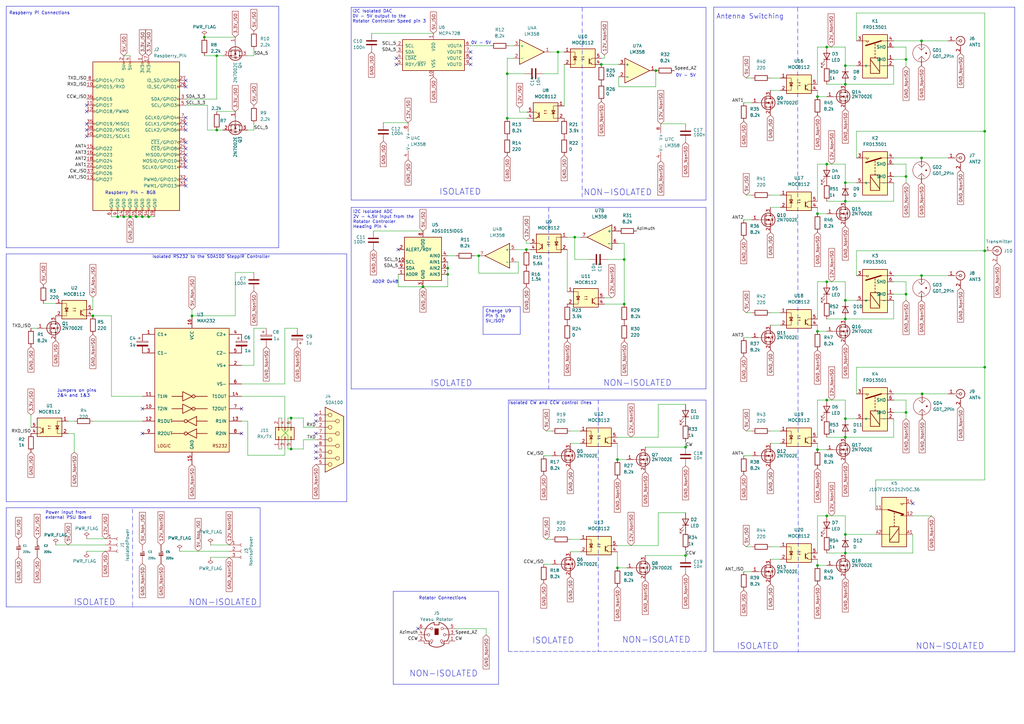
<source format=kicad_sch>
(kicad_sch (version 20230121) (generator eeschema)
  (paper "A3")
  (title_block (title "Remote HF Controller Board - VK4MWL") (date "2022-07-16") (company "VK4MWL"))
  (junction (at 346.71 26.924))
  (junction (at 339.09 67.31))
  (junction (at 58.42 88.9))
  (junction (at 88.9 53.34))
  (junction (at 48.26 88.9))
  (junction (at 335.28 135.89))
  (junction (at 378.206 161.544))
  (junction (at 208.026 48.514))
  (junction (at 335.28 184.404))
  (junction (at 183.642 109.982))
  (junction (at 346.71 219.202))
  (junction (at 346.71 82.55))
  (junction (at 346.71 74.93))
  (junction (at 88.9 22.86))
  (junction (at 339.09 115.57))
  (junction (at 119.38 184.15))
  (junction (at 83.82 15.24))
  (junction (at 268.986 28.956))
  (junction (at 60.96 88.9))
  (junction (at 53.34 88.9))
  (junction (at 256.032 106.426))
  (junction (at 246.634 26.416))
  (junction (at 55.88 88.9))
  (junction (at 173.482 117.602))
  (junction (at 346.71 171.704))
  (junction (at 281.178 227.838))
  (junction (at 371.602 169.164))
  (junction (at 371.602 72.39))
  (junction (at 253.238 232.918))
  (junction (at 119.38 171.45))
  (junction (at 377.952 113.03))
  (junction (at 335.28 87.63))
  (junction (at 281.178 183.388))
  (junction (at 403.86 150.622))
  (junction (at 253.238 188.468))
  (junction (at 403.86 102.87))
  (junction (at 339.09 19.304))
  (junction (at 339.09 164.084))
  (junction (at 196.342 104.902))
  (junction (at 183.642 112.522))
  (junction (at 346.71 179.324))
  (junction (at 256.032 124.714))
  (junction (at 339.09 211.582))
  (junction (at 78.74 129.54))
  (junction (at 208.026 30.226))
  (junction (at 335.28 39.624))
  (junction (at 346.71 226.822))
  (junction (at 215.9 102.362))
  (junction (at 377.952 16.764))
  (junction (at 346.71 34.544))
  (junction (at 371.602 120.65))
  (junction (at 235.712 97.282))
  (junction (at 377.952 64.77))
  (junction (at 38.1 129.54))
  (junction (at 403.86 53.848))
  (junction (at 335.28 231.902))
  (junction (at 50.8 88.9))
  (junction (at 346.71 130.81))
  (junction (at 371.602 24.384))
  (junction (at 228.854 21.336))
  (junction (at 346.71 123.19))
  (no_connect (at 163.322 102.362))
  (no_connect (at 129.54 185.42))
  (no_connect (at 129.54 182.88))
  (no_connect (at 129.54 177.8))
  (no_connect (at 129.54 170.18))
  (no_connect (at 129.54 172.72))
  (no_connect (at 35.56 45.72))
  (no_connect (at 76.2 35.56))
  (no_connect (at 76.2 48.26))
  (no_connect (at 76.2 33.02))
  (no_connect (at 76.2 53.34))
  (no_connect (at 76.2 60.96))
  (no_connect (at 76.2 63.5))
  (no_connect (at 76.2 58.42))
  (no_connect (at 76.2 68.58))
  (no_connect (at 76.2 66.04))
  (no_connect (at 76.2 50.8))
  (no_connect (at 35.56 43.18))
  (no_connect (at 171.45 257.81))
  (no_connect (at 193.04 26.416))
  (no_connect (at 193.04 23.876))
  (no_connect (at 162.56 26.416))
  (no_connect (at 162.56 23.876))
  (no_connect (at 129.54 187.96))
  (no_connect (at 193.04 21.336))
  (no_connect (at 76.2 73.66))
  (no_connect (at 374.396 206.502))
  (no_connect (at 76.2 76.2))
  (no_connect (at 58.42 167.64))
  (no_connect (at 58.42 177.8))
  (no_connect (at 35.56 55.88))
  (no_connect (at 35.56 50.8))
  (no_connect (at 35.56 53.34))
  (no_connect (at 99.06 167.64))
  (no_connect (at 99.06 177.8))
  (wire (pts (xy 371.602 19.304) (xy 371.602 24.384)))
  (wire (pts (xy 38.1 129.54) (xy 45.72 129.54)))
  (wire (pts (xy 228.854 21.336) (xy 231.394 21.336)))
  (wire (pts (xy 366.522 26.924) (xy 366.522 34.544)))
  (wire (pts (xy 335.28 67.31) (xy 335.28 82.55)))
  (wire (pts (xy 366.522 64.77) (xy 377.952 64.77)))
  (wire (pts (xy 403.86 150.622) (xy 403.86 196.85)))
  (wire (pts (xy 270.002 210.312) (xy 270.002 223.774)))
  (wire (pts (xy 371.602 120.65) (xy 371.602 123.19)))
  (wire (pts (xy 403.86 5.334) (xy 403.86 53.848)))
  (wire (pts (xy 235.712 97.282) (xy 238.252 97.282)))
  (wire (pts (xy 346.71 130.81) (xy 366.522 130.81)))
  (wire (pts (xy 247.904 22.606) (xy 247.904 23.876)))
  (wire (pts (xy 78.74 127) (xy 78.74 129.54)))
  (polyline (pts (xy 289.56 85.09) (xy 289.56 159.512)))
  (polyline (pts (xy 144.018 85.09) (xy 144.018 159.512)))
  (wire (pts (xy 173.482 117.602) (xy 163.322 117.602)))
  (wire (pts (xy 216.154 45.974) (xy 213.106 45.974)))
  (wire (pts (xy 335.28 164.084) (xy 339.09 164.084)))
  (wire (pts (xy 116.84 134.62) (xy 121.92 134.62)))
  (wire (pts (xy 99.06 172.72) (xy 101.6 172.72)))
  (wire (pts (xy 55.88 88.9) (xy 58.42 88.9)))
  (wire (pts (xy 346.71 179.324) (xy 366.522 179.324)))
  (polyline (pts (xy 114.3 2.54) (xy 114.3 101.6)))
  (wire (pts (xy 228.854 30.226) (xy 228.854 21.336)))
  (wire (pts (xy 152.4 13.716) (xy 177.8 13.716)))
  (wire (pts (xy 253.238 179.324) (xy 270.002 179.324)))
  (polyline (pts (xy 289.56 3.048) (xy 289.56 82.042)))
  (wire (pts (xy 99.06 149.86) (xy 104.14 149.86)))
  (wire (pts (xy 27.94 177.8) (xy 30.48 177.8)))
  (wire (pts (xy 351.282 150.622) (xy 403.86 150.622)))
  (wire (pts (xy 366.522 74.93) (xy 366.522 82.55)))
  (wire (pts (xy 96.52 129.54) (xy 96.52 111.76)))
  (wire (pts (xy 116.84 186.69) (xy 116.84 184.15)))
  (wire (pts (xy 116.84 157.48) (xy 116.84 134.62)))
  (wire (pts (xy 403.86 196.85) (xy 359.156 196.85)))
  (wire (pts (xy 104.14 22.86) (xy 104.14 20.32)))
  (wire (pts (xy 232.664 97.282) (xy 235.712 97.282)))
  (wire (pts (xy 335.28 211.582) (xy 335.28 226.822)))
  (wire (pts (xy 366.522 161.544) (xy 378.206 161.544)))
  (wire (pts (xy 306.07 128.27) (xy 308.356 128.27)))
  (wire (pts (xy 38.1 172.72) (xy 58.42 172.72)))
  (wire (pts (xy 208.026 48.514) (xy 216.154 48.514)))
  (wire (pts (xy 268.986 28.956) (xy 268.986 35.56)))
  (polyline (pts (xy 132.08 205.74) (xy 142.24 205.74)))
  (wire (pts (xy 335.28 37.084) (xy 335.28 39.624)))
  (polyline (pts (xy 54.356 208.788) (xy 54.356 249.428)) (stroke (width 0) (type dash_dot)))
  (wire (pts (xy 114.3 184.15) (xy 115.57 184.15)))
  (wire (pts (xy 306.07 80.01) (xy 308.356 80.01)))
  (wire (pts (xy 60.96 88.9) (xy 63.5 88.9)))
  (wire (pts (xy 305.054 186.944) (xy 308.356 186.944)))
  (wire (pts (xy 315.976 224.282) (xy 320.04 224.282)))
  (wire (pts (xy 335.28 181.864) (xy 335.28 184.404)))
  (wire (pts (xy 351.282 102.87) (xy 351.282 113.03)))
  (polyline (pts (xy 144.018 82.042) (xy 144.018 3.048)))
  (wire (pts (xy 157.226 50.292) (xy 167.386 50.292)))
  (wire (pts (xy 306.07 32.004) (xy 308.356 32.004)))
  (wire (pts (xy 173.482 117.602) (xy 183.642 117.602)))
  (wire (pts (xy 351.282 53.848) (xy 403.86 53.848)))
  (wire (pts (xy 194.564 104.902) (xy 196.342 104.902)))
  (wire (pts (xy 58.42 88.9) (xy 60.96 88.9)))
  (wire (pts (xy 335.28 229.362) (xy 335.28 231.902)))
  (wire (pts (xy 45.72 88.9) (xy 48.26 88.9)))
  (wire (pts (xy 101.6 22.86) (xy 104.14 22.86)))
  (wire (pts (xy 88.9 22.86) (xy 88.9 40.64)))
  (wire (pts (xy 12.7 170.18) (xy 12.7 175.26)))
  (wire (pts (xy 76.2 43.18) (xy 85.09 43.18)))
  (wire (pts (xy 101.6 186.69) (xy 116.84 186.69)))
  (wire (pts (xy 222.758 30.226) (xy 228.854 30.226)))
  (wire (pts (xy 101.6 53.34) (xy 104.14 53.34)))
  (wire (pts (xy 83.82 15.24) (xy 96.52 15.24)))
  (wire (pts (xy 371.602 24.384) (xy 371.602 27.178)))
  (wire (pts (xy 232.664 102.362) (xy 232.664 119.634)))
  (wire (pts (xy 315.976 229.362) (xy 320.04 229.362)))
  (polyline (pts (xy 2.54 104.14) (xy 2.54 205.74)))
  (wire (pts (xy 271.018 50.8) (xy 281.178 50.8)))
  (wire (pts (xy 104.14 134.62) (xy 109.22 134.62)))
  (wire (pts (xy 231.394 26.416) (xy 231.394 43.434)))
  (wire (pts (xy 241.554 106.426) (xy 235.712 106.426)))
  (wire (pts (xy 264.668 227.838) (xy 281.178 227.838)))
  (wire (pts (xy 35.56 220.98) (xy 43.18 220.98)))
  (wire (pts (xy 305.054 138.43) (xy 308.356 138.43)))
  (wire (pts (xy 246.634 23.876) (xy 247.904 23.876)))
  (wire (pts (xy 253.238 232.918) (xy 257.048 232.918)))
  (wire (pts (xy 225.806 21.336) (xy 228.854 21.336)))
  (wire (pts (xy 196.342 104.902) (xy 196.342 112.014)))
  (wire (pts (xy 76.2 40.64) (xy 88.9 40.64)))
  (polyline (pts (xy 208.534 267.208) (xy 289.56 267.208)) (stroke (width 0) (type dash)))
  (wire (pts (xy 335.28 19.304) (xy 339.09 19.304)))
  (wire (pts (xy 208.026 23.876) (xy 208.026 30.226)))
  (wire (pts (xy 335.28 19.304) (xy 335.28 34.544)))
  (wire (pts (xy 305.054 234.442) (xy 308.356 234.442)))
  (wire (pts (xy 247.904 124.714) (xy 256.032 124.714)))
  (wire (pts (xy 233.934 221.234) (xy 237.998 221.234)))
  (wire (pts (xy 163.322 117.602) (xy 163.322 112.522)))
  (wire (pts (xy 346.71 164.084) (xy 346.71 171.704)))
  (wire (pts (xy 346.71 82.55) (xy 366.522 82.55)))
  (wire (pts (xy 335.28 211.582) (xy 339.09 211.582)))
  (wire (pts (xy 246.634 26.416) (xy 253.746 26.416)))
  (wire (pts (xy 249.174 106.426) (xy 256.032 106.426)))
  (wire (pts (xy 86.36 223.52) (xy 93.98 223.52)))
  (wire (pts (xy 115.57 171.45) (xy 115.57 176.022)))
  (wire (pts (xy 22.86 223.52) (xy 43.18 223.52)))
  (wire (pts (xy 366.522 120.65) (xy 371.602 120.65)))
  (wire (pts (xy 129.54 175.26) (xy 124.46 175.26)))
  (wire (pts (xy 339.09 34.544) (xy 346.71 34.544)))
  (wire (pts (xy 17.78 124.46) (xy 22.86 124.46)))
  (wire (pts (xy 27.94 172.72) (xy 30.48 172.72)))
  (wire (pts (xy 211.582 102.362) (xy 215.9 102.362)))
  (wire (pts (xy 366.522 113.03) (xy 377.952 113.03)))
  (wire (pts (xy 253.746 31.496) (xy 253.746 35.56)))
  (wire (pts (xy 183.642 107.442) (xy 183.642 109.982)))
  (wire (pts (xy 253.238 181.864) (xy 253.238 188.468)))
  (wire (pts (xy 235.712 106.426) (xy 235.712 97.282)))
  (wire (pts (xy 315.976 128.27) (xy 320.04 128.27)))
  (wire (pts (xy 366.522 164.084) (xy 371.602 164.084)))
  (wire (pts (xy 281.178 225.552) (xy 281.178 227.838)))
  (polyline (pts (xy 416.2044 2.921) (xy 416.2044 267.335)))
  (wire (pts (xy 335.28 135.89) (xy 339.09 135.89)))
  (wire (pts (xy 366.522 24.384) (xy 371.602 24.384)))
  (wire (pts (xy 45.72 162.56) (xy 58.42 162.56)))
  (wire (pts (xy 281.178 165.862) (xy 270.002 165.862)))
  (wire (pts (xy 118.11 178.562) (xy 118.11 184.15)))
  (wire (pts (xy 306.07 224.282) (xy 308.356 224.282)))
  (wire (pts (xy 366.522 16.764) (xy 377.952 16.764)))
  (wire (pts (xy 351.282 5.334) (xy 403.86 5.334)))
  (wire (pts (xy 335.28 87.63) (xy 339.09 87.63)))
  (wire (pts (xy 315.976 176.784) (xy 320.04 176.784)))
  (wire (pts (xy 335.28 184.404) (xy 339.09 184.404)))
  (wire (pts (xy 371.602 169.164) (xy 371.602 171.704)))
  (polyline (pts (xy 208.534 164.084) (xy 289.56 164.084)))
  (wire (pts (xy 339.09 67.31) (xy 346.71 67.31)))
  (wire (pts (xy 247.904 122.174) (xy 250.952 122.174)))
  (wire (pts (xy 339.09 82.55) (xy 346.71 82.55)))
  (polyline (pts (xy 225.044 85.09) (xy 225.044 159.512)) (stroke (width 0) (type dash_dot)))
  (wire (pts (xy 281.178 210.312) (xy 270.002 210.312)))
  (polyline (pts (xy 114.3 101.6) (xy 2.54 101.6)))
  (wire (pts (xy 215.9 99.822) (xy 215.9 98.806)))
  (wire (pts (xy 351.282 102.87) (xy 403.86 102.87)))
  (wire (pts (xy 371.602 67.31) (xy 366.522 67.31)))
  (polyline (pts (xy 327.152 3.048) (xy 327.406 267.462)) (stroke (width 0) (type dash_dot)))
  (wire (pts (xy 50.8 22.86) (xy 53.34 22.86)))
  (wire (pts (xy 377.952 113.03) (xy 388.874 113.03)))
  (wire (pts (xy 315.976 80.01) (xy 320.04 80.01)))
  (wire (pts (xy 223.012 186.944) (xy 226.314 186.944)))
  (wire (pts (xy 346.71 115.57) (xy 346.71 123.19)))
  (wire (pts (xy 115.57 179.07) (xy 118.11 176.53)))
  (wire (pts (xy 88.9 22.86) (xy 91.44 22.86)))
  (wire (pts (xy 335.28 39.624) (xy 339.09 39.624)))
  (wire (pts (xy 339.09 164.084) (xy 346.71 164.084)))
  (wire (pts (xy 346.71 226.822) (xy 374.396 226.822)))
  (wire (pts (xy 377.952 16.764) (xy 388.874 16.764)))
  (wire (pts (xy 253.746 35.56) (xy 268.986 35.56)))
  (wire (pts (xy 183.642 112.522) (xy 183.642 117.602)))
  (wire (pts (xy 253.492 99.822) (xy 256.032 99.822)))
  (wire (pts (xy 339.09 179.324) (xy 346.71 179.324)))
  (wire (pts (xy 374.396 226.822) (xy 374.396 219.202)))
  (wire (pts (xy 377.952 64.77) (xy 388.874 64.77)))
  (wire (pts (xy 99.06 162.56) (xy 116.84 162.56)))
  (wire (pts (xy 118.11 171.45) (xy 118.11 176.53)))
  (wire (pts (xy 213.106 45.974) (xy 213.106 44.196)))
  (wire (pts (xy 124.46 171.45) (xy 119.38 171.45)))
  (wire (pts (xy 85.09 43.18) (xy 85.09 53.34)))
  (wire (pts (xy 366.522 72.39) (xy 371.602 72.39)))
  (wire (pts (xy 335.28 164.084) (xy 335.28 179.324)))
  (wire (pts (xy 30.48 177.8) (xy 30.48 185.42)))
  (wire (pts (xy 253.238 223.774) (xy 270.002 223.774)))
  (wire (pts (xy 45.72 129.54) (xy 45.72 162.56)))
  (wire (pts (xy 351.282 26.924) (xy 346.71 26.924)))
  (polyline (pts (xy 289.56 267.208) (xy 289.56 164.084)))
  (wire (pts (xy 212.598 112.014) (xy 196.342 112.014)))
  (polyline (pts (xy 2.54 2.54) (xy 2.54 101.6)))
  (wire (pts (xy 35.56 226.06) (xy 43.18 226.06)))
  (wire (pts (xy 83.82 22.86) (xy 88.9 22.86)))
  (wire (pts (xy 315.976 32.004) (xy 320.04 32.004)))
  (wire (pts (xy 115.57 184.15) (xy 115.57 179.07)))
  (wire (pts (xy 212.598 107.442) (xy 212.598 112.014)))
  (wire (pts (xy 346.71 67.31) (xy 346.71 74.93)))
  (wire (pts (xy 224.028 176.784) (xy 226.314 176.784)))
  (wire (pts (xy 124.46 180.34) (xy 124.46 184.15)))
  (wire (pts (xy 50.8 88.9) (xy 53.34 88.9)))
  (wire (pts (xy 73.66 226.06) (xy 93.98 226.06)))
  (wire (pts (xy 88.9 53.34) (xy 91.44 53.34)))
  (wire (pts (xy 186.69 257.81) (xy 199.39 257.81)))
  (polyline (pts (xy 161.29 242.57) (xy 204.47 242.57)))
  (wire (pts (xy 12.7 134.62) (xy 15.24 134.62)))
  (wire (pts (xy 129.54 180.34) (xy 124.46 180.34)))
  (wire (pts (xy 351.282 123.19) (xy 346.71 123.19)))
  (wire (pts (xy 315.976 181.864) (xy 320.04 181.864)))
  (wire (pts (xy 366.522 19.304) (xy 371.602 19.304)))
  (polyline (pts (xy 204.47 280.67) (xy 161.29 280.67)))
  (wire (pts (xy 208.026 30.226) (xy 208.026 48.514)))
  (wire (pts (xy 208.026 30.226) (xy 215.138 30.226)))
  (wire (pts (xy 339.09 211.582) (xy 346.71 211.582)))
  (wire (pts (xy 215.9 102.362) (xy 217.424 102.362)))
  (polyline (pts (xy 292.7604 2.921) (xy 416.2044 2.921)))
  (polyline (pts (xy 161.29 242.57) (xy 161.29 280.67)))
  (wire (pts (xy 183.642 109.982) (xy 183.642 112.522)))
  (wire (pts (xy 208.788 18.796) (xy 210.566 18.796)))
  (polyline (pts (xy 289.56 82.042) (xy 144.018 82.042)))
  (polyline (pts (xy 132.08 104.14) (xy 142.24 104.14)))
  (wire (pts (xy 351.282 16.764) (xy 351.282 5.334)))
  (wire (pts (xy 38.1 121.92) (xy 38.1 127)))
  (wire (pts (xy 403.86 53.848) (xy 403.86 102.87)))
  (wire (pts (xy 315.976 37.084) (xy 320.04 37.084)))
  (wire (pts (xy 270.002 165.862) (xy 270.002 179.324)))
  (wire (pts (xy 233.934 181.864) (xy 237.998 181.864)))
  (wire (pts (xy 335.28 115.57) (xy 339.09 115.57)))
  (polyline (pts (xy 132.08 205.74) (xy 2.54 205.74)))
  (polyline (pts (xy 416.2044 267.335) (xy 292.7604 267.335)))
  (wire (pts (xy 116.84 162.56) (xy 116.84 171.45)))
  (wire (pts (xy 339.09 130.81) (xy 346.71 130.81)))
  (wire (pts (xy 346.71 219.202) (xy 359.156 219.202)))
  (wire (pts (xy 48.26 88.9) (xy 50.8 88.9)))
  (wire (pts (xy 335.28 115.57) (xy 335.28 130.81)))
  (wire (pts (xy 104.14 53.34) (xy 104.14 50.8)))
  (wire (pts (xy 359.156 196.85) (xy 359.156 209.042)))
  (wire (pts (xy 210.566 23.876) (xy 208.026 23.876)))
  (polyline (pts (xy 292.7604 2.921) (xy 292.7604 267.335)))
  (wire (pts (xy 78.74 129.54) (xy 96.52 129.54)))
  (wire (pts (xy 183.642 104.902) (xy 186.944 104.902)))
  (wire (pts (xy 85.09 53.34) (xy 88.9 53.34)))
  (wire (pts (xy 124.46 184.15) (xy 119.38 184.15)))
  (wire (pts (xy 403.86 102.87) (xy 403.86 150.622)))
  (polyline (pts (xy 2.54 248.92) (xy 106.68 248.92)))
  (wire (pts (xy 366.522 123.19) (xy 366.522 130.81)))
  (wire (pts (xy 115.57 176.022) (xy 118.11 178.562)))
  (wire (pts (xy 335.28 133.35) (xy 335.28 135.89)))
  (wire (pts (xy 351.282 171.704) (xy 346.71 171.704)))
  (wire (pts (xy 351.282 74.93) (xy 346.71 74.93)))
  (polyline (pts (xy 208.534 164.084) (xy 208.534 267.208)))
  (wire (pts (xy 86.36 228.6) (xy 93.98 228.6)))
  (wire (pts (xy 339.09 226.822) (xy 346.71 226.822)))
  (wire (pts (xy 335.28 67.31) (xy 339.09 67.31)))
  (polyline (pts (xy 245.364 164.084) (xy 245.364 267.208)) (stroke (width 0) (type dash_dot)))
  (wire (pts (xy 256.032 99.822) (xy 256.032 106.426)))
  (wire (pts (xy 99.06 157.48) (xy 116.84 157.48)))
  (wire (pts (xy 233.934 226.314) (xy 237.998 226.314)))
  (wire (pts (xy 315.976 85.09) (xy 320.04 85.09)))
  (wire (pts (xy 305.054 42.164) (xy 308.356 42.164)))
  (wire (pts (xy 119.38 184.15) (xy 118.11 184.15)))
  (wire (pts (xy 371.602 115.57) (xy 371.602 120.65)))
  (polyline (pts (xy 144.018 85.09) (xy 289.56 85.09)))
  (wire (pts (xy 217.424 99.822) (xy 215.9 99.822)))
  (polyline (pts (xy 289.56 159.512) (xy 144.018 159.512)))
  (wire (pts (xy 153.162 94.742) (xy 173.482 94.742)))
  (polyline (pts (xy 2.54 208.28) (xy 106.68 208.28)))
  (wire (pts (xy 315.976 133.35) (xy 320.04 133.35)))
  (wire (pts (xy 199.39 257.81) (xy 199.39 260.35)))
  (wire (pts (xy 88.9 45.72) (xy 96.52 45.72)))
  (wire (pts (xy 335.28 231.902) (xy 339.09 231.902)))
  (wire (pts (xy 305.054 90.17) (xy 308.356 90.17)))
  (wire (pts (xy 366.522 169.164) (xy 371.602 169.164)))
  (wire (pts (xy 233.934 176.784) (xy 237.998 176.784)))
  (wire (pts (xy 118.11 171.45) (xy 119.38 171.45)))
  (wire (pts (xy 193.04 18.796) (xy 201.168 18.796)))
  (wire (pts (xy 281.178 181.102) (xy 281.178 183.388)))
  (wire (pts (xy 346.71 19.304) (xy 346.71 26.924)))
  (wire (pts (xy 223.012 231.394) (xy 226.314 231.394)))
  (wire (pts (xy 339.09 115.57) (xy 346.71 115.57)))
  (wire (pts (xy 366.522 171.704) (xy 366.522 179.324)))
  (wire (pts (xy 224.028 221.234) (xy 226.314 221.234)))
  (polyline (pts (xy 2.54 2.54) (xy 114.3 2.54)))
  (wire (pts (xy 264.668 183.388) (xy 281.178 183.388)))
  (wire (pts (xy 378.206 161.544) (xy 388.874 161.544)))
  (wire (pts (xy 351.282 64.77) (xy 351.282 53.848)))
  (wire (pts (xy 115.57 171.45) (xy 114.3 171.45)))
  (wire (pts (xy 371.602 164.084) (xy 371.602 169.164)))
  (wire (pts (xy 371.602 72.39) (xy 371.602 67.31)))
  (polyline (pts (xy 144.018 3.048) (xy 289.56 3.048)))
  (polyline (pts (xy 2.54 104.14) (xy 132.08 104.14)))
  (wire (pts (xy 335.28 85.09) (xy 335.28 87.63)))
  (polyline (pts (xy 106.68 248.92) (xy 106.68 208.28)))
  (wire (pts (xy 53.34 88.9) (xy 55.88 88.9)))
  (polyline (pts (xy 142.24 104.14) (xy 142.24 205.74)))
  (wire (pts (xy 339.09 19.304) (xy 346.71 19.304)))
  (wire (pts (xy 374.396 211.582) (xy 382.016 211.582)))
  (wire (pts (xy 96.52 111.76) (xy 104.14 111.76)))
  (wire (pts (xy 253.238 226.314) (xy 253.238 232.918)))
  (wire (pts (xy 346.71 34.544) (xy 366.522 34.544)))
  (wire (pts (xy 371.602 74.93) (xy 371.602 72.39)))
  (wire (pts (xy 253.238 188.468) (xy 257.048 188.468)))
  (wire (pts (xy 346.71 211.582) (xy 346.71 219.202)))
  (wire (pts (xy 256.032 106.426) (xy 256.032 124.714)))
  (wire (pts (xy 306.07 176.784) (xy 308.356 176.784)))
  (wire (pts (xy 366.522 115.57) (xy 371.602 115.57)))
  (wire (pts (xy 124.46 175.26) (xy 124.46 171.45)))
  (wire (pts (xy 101.6 172.72) (xy 101.6 186.69)))
  (polyline (pts (xy 238.76 3.048) (xy 238.76 81.788)) (stroke (width 0) (type dash_dot)))
  (wire (pts (xy 351.282 161.544) (xy 351.282 150.622)))
  (polyline (pts (xy 204.47 242.57) (xy 204.47 280.67)))
  (polyline (pts (xy 2.54 208.28) (xy 2.54 248.92)))
  (wire (pts (xy 104.14 149.86) (xy 104.14 134.62)))
  (wire (pts (xy 211.582 107.442) (xy 212.598 107.442)))
  (image (at 172.1612 325.5772) (scale 0.667442))
  (text_box "Change U9 Pin 5 to 5V_ISO?" (at 198.12 125.73 0) (size 15.24 11.43) (effects (font (size 1.27 1.27)) (justify left top)))
  (text "ADDR 0x48" (at 163.4236 116.4336 0) (effects (font (size 1.27 1.27)) (justify right bottom)))
  (text "Isolated CW and CCW control lines" (at 208.7372 166.0906 0) (effects (font (size 1.27 1.27)) (justify left bottom)))
  (text "Isolated RS232 to the SDA100 SteppIR Controller" (at 62.4078 106.1466 0) (effects (font (size 1.27 1.27)) (justify left bottom)))
  (text "Antenna Switching" (at 293.7764 8.001 0) (effects (font (size 2 2)) (justify left bottom)))
  (text "ISOLATED" (at 302.1584 266.573 0) (effects (font (size 2.5 2.5)) (justify left bottom)))
  (text "NON-ISOLATED" (at 255.0668 264.0076 0) (effects (font (size 2.5 2.5)) (justify left bottom)))
  (text "Raspberry Pi Connections" (at 3.7338 6.1722 0) (effects (font (size 1.27 1.27)) (justify left bottom)))
  (text "0V - 5V" (at 193.1924 18.415 0) (effects (font (size 1.27 1.27)) (justify left bottom)))
  (text "NON-ISOLATED" (at 247.396 158.6738 0) (effects (font (size 2.5 2.5)) (justify left bottom)))
  (text "ISOLATED" (at 218.2114 264.3124 0) (effects (font (size 2.5 2.5)) (justify left bottom)))
  (text "I2C Isolated ADC\n2V - 4.5V input from the \nRotator Controller\nHeading Pin 4" (at 144.7546 93.853 0) (effects (font (size 1.27 1.27)) (justify left bottom)))
  (text "NON-ISOLATED" (at 167.8432 277.8506 0) (effects (font (size 2.5 2.5)) (justify left bottom)))
  (text "NON-ISOLATED" (at 77.2922 248.6152 0) (effects (font (size 2.5 2.5)) (justify left bottom)))
  (text "0V - 5V" (at 277.1394 31.75 0) (effects (font (size 1.27 1.27)) (justify left bottom)))
  (text "Rotator Connections" (at 171.704 246.126 0) (effects (font (size 1.27 1.27)) (justify left bottom)))
  (text "Power input from \nexternal PSU Board" (at 18.542 213.106 0) (effects (font (size 1.27 1.27)) (justify left bottom)))
  (text "ISOLATED" (at 30.1498 248.6152 0) (effects (font (size 2.5 2.5)) (justify left bottom)))
  (text "NON-ISOLATED" (at 239.2934 80.4926 0) (effects (font (size 2.5 2.5)) (justify left bottom)))
  (text "ISOLATED" (at 180.1368 80.264 0) (effects (font (size 2.5 2.5)) (justify left bottom)))
  (text "Raspberry Pi4 - 8GB" (at 43.053 79.9338 0) (effects (font (size 1.27 1.27)) (justify left bottom)))
  (text "NON-ISOLATED" (at 375.5644 266.573 0) (effects (font (size 2.5 2.5)) (justify left bottom)))
  (text "ISOLATED" (at 176.5046 158.75 0) (effects (font (size 2.5 2.5)) (justify left bottom)))
  (text "I2C Isolated DAC\n0V - 5V output to the \nRotator Controller Speed pin 3" (at 144.5006 9.5504 0) (effects (font (size 1.27 1.27)) (justify left bottom)))
  (text "Jumpers on pins \n2&4 and 1&3" (at 23.368 163.068 0) (effects (font (size 1.27 1.27)) (justify left bottom)))
  (label "TXD_ISO" (at 35.56 33.02 180))
  (label "ANT3" (at 305.054 138.43 180))
  (label "ANT2" (at 305.054 90.17 180))
  (label "TXD" (at 129.54 180.34 180))
  (label "CW_ISO" (at 223.012 186.944 180))
  (label "SDA_5" (at 162.56 21.336 180))
  (label "CW_ISO" (at 35.56 71.12 180))
  (label "SCL_3_3" (at 76.2 43.18 0))
  (label "SDA_5" (at 163.322 109.982 180))
  (label "Azimuth" (at 171.45 260.35 180))
  (label "CCW_ISO" (at 223.012 231.394 180))
  (label "TXD_ISO" (at 12.7 134.62 180))
  (label "RXD_ISO" (at 12.7 177.8 180))
  (label "SCL_5" (at 162.56 18.796 180))
  (label "Speed_AZ" (at 186.69 260.35 0))
  (label "ANT2" (at 35.56 66.04 180))
  (label "ANT_ISO" (at 305.054 234.442 180))
  (label "ANT4" (at 305.054 186.944 180))
  (label "SDA_3_3" (at 76.2 40.64 0))
  (label "CCW" (at 171.45 262.89 180))
  (label "SDA_5" (at 104.14 22.86 0))
  (label "CCW" (at 281.178 227.838 0))
  (label "CW" (at 186.69 262.89 0))
  (label "Azimuth" (at 261.112 94.742 0))
  (label "CW" (at 281.178 183.388 0))
  (label "SCL_5" (at 104.14 53.34 0))
  (label "ANT4" (at 35.56 60.96 180))
  (label "ANT1" (at 305.054 42.164 180))
  (label "ANT3" (at 35.56 63.5 180))
  (label "CCW_ISO" (at 35.56 40.64 180))
  (label "SCL_5" (at 163.322 107.442 180))
  (label "RXD" (at 129.54 175.26 180))
  (label "ANT1" (at 35.56 68.58 180))
  (label "RXD_ISO" (at 35.56 35.56 180))
  (label "ANT_ISO" (at 35.56 73.66 180))
  (label "Speed_AZ" (at 276.606 28.956 0))
  (global_label "5V_Non_ISO" (shape input) (at 58.42 223.52 90) (property "Intersheetrefs" "${INTERSHEET_REFS}" (effects hide)))
  (global_label "12V_NonISO" (shape input) (at 258.826 179.324 90) (property "Intersheetrefs" "${INTERSHEET_REFS}" (effects hide)))
  (global_label "GND_NonISO" (shape input) (at 281.178 235.458 270) (property "Intersheetrefs" "${INTERSHEET_REFS}" (effects hide)))
  (global_label "3.3V_ISO" (shape input) (at 58.42 22.86 90) (property "Intersheetrefs" "${INTERSHEET_REFS}" (effects hide)))
  (global_label "GND_NonISO" (shape input) (at 346.71 189.484 270) (property "Intersheetrefs" "${INTERSHEET_REFS}" (effects hide)))
  (global_label "GND_NonISO" (shape input) (at 232.664 139.954 270) (property "Intersheetrefs" "${INTERSHEET_REFS}" (effects hide)))
  (global_label "GND_NonISO" (shape input) (at 38.1 137.16 270) (property "Intersheetrefs" "${INTERSHEET_REFS}" (effects hide)))
  (global_label "GND_NonISO" (shape input) (at 66.04 231.14 270) (property "Intersheetrefs" "${INTERSHEET_REFS}" (effects hide)))
  (global_label "GND_NonISO" (shape input) (at 129.54 190.5 270) (property "Intersheetrefs" "${INTERSHEET_REFS}" (effects hide)))
  (global_label "5V_ISO" (shape input) (at 306.07 80.01 90) (property "Intersheetrefs" "${INTERSHEET_REFS}" (effects hide)))
  (global_label "GND_NonISO" (shape input) (at 371.602 27.178 270) (property "Intersheetrefs" "${INTERSHEET_REFS}" (effects hide)))
  (global_label "GND_ISO" (shape input) (at 223.012 194.564 270) (property "Intersheetrefs" "${INTERSHEET_REFS}" (effects hide)))
  (global_label "GND_ISO" (shape input) (at 305.054 242.062 270) (property "Intersheetrefs" "${INTERSHEET_REFS}" (effects hide)))
  (global_label "12V_ISO" (shape input) (at 167.386 50.292 90) (property "Intersheetrefs" "${INTERSHEET_REFS}" (effects hide)))
  (global_label "GND_ISO" (shape input) (at 233.934 192.024 270) (property "Intersheetrefs" "${INTERSHEET_REFS}" (effects hide)))
  (global_label "GND_ISO" (shape input) (at 208.026 63.754 270) (property "Intersheetrefs" "${INTERSHEET_REFS}" (effects hide)))
  (global_label "GND_NonISO" (shape input) (at 78.74 190.5 270) (property "Intersheetrefs" "${INTERSHEET_REFS}" (effects hide)))
  (global_label "5V_ISO" (shape input) (at 224.028 221.234 90) (property "Intersheetrefs" "${INTERSHEET_REFS}" (effects hide)))
  (global_label "GND_ISO" (shape input) (at 315.976 95.25 270) (property "Intersheetrefs" "${INTERSHEET_REFS}" (effects hide)))
  (global_label "GND_ISO" (shape input) (at 53.34 88.9 270) (property "Intersheetrefs" "${INTERSHEET_REFS}" (effects hide)))
  (global_label "GND_ISO" (shape input) (at 315.976 239.522 270) (property "Intersheetrefs" "${INTERSHEET_REFS}" (effects hide)))
  (global_label "GND_NonISO" (shape input) (at 371.602 171.704 270) (property "Intersheetrefs" "${INTERSHEET_REFS}" (effects hide)))
  (global_label "5V_Non_ISO" (shape input) (at 38.1 121.92 90) (property "Intersheetrefs" "${INTERSHEET_REFS}" (effects hide)))
  (global_label "5V_ISO" (shape input) (at 224.028 176.784 90) (property "Intersheetrefs" "${INTERSHEET_REFS}" (effects hide)))
  (global_label "GND_NonISO" (shape input) (at 253.238 240.538 270) (property "Intersheetrefs" "${INTERSHEET_REFS}" (effects hide)))
  (global_label "12V_NonISO" (shape input) (at 271.018 50.8 90) (property "Intersheetrefs" "${INTERSHEET_REFS}" (effects hide)))
  (global_label "GND_NonISO" (shape input) (at 393.954 21.844 270) (property "Intersheetrefs" "${INTERSHEET_REFS}" (effects hide)))
  (global_label "GND_ISO" (shape input) (at 177.8 31.496 270) (property "Intersheetrefs" "${INTERSHEET_REFS}" (effects hide)))
  (global_label "GND_ISO" (shape input) (at 315.976 192.024 270) (property "Intersheetrefs" "${INTERSHEET_REFS}" (effects hide)))
  (global_label "GND_NonISO" (shape input) (at 281.178 58.42 270) (property "Intersheetrefs" "${INTERSHEET_REFS}" (effects hide)))
  (global_label "GND_NonISO" (shape input) (at 335.28 143.51 270) (property "Intersheetrefs" "${INTERSHEET_REFS}" (effects hide)))
  (global_label "GND_ISO" (shape input) (at 305.054 97.79 270) (property "Intersheetrefs" "${INTERSHEET_REFS}" (effects hide)))
  (global_label "GND_NonISO" (shape input) (at 199.39 260.35 270) (property "Intersheetrefs" "${INTERSHEET_REFS}" (effects hide)))
  (global_label "5V_ISO" (shape input) (at 7.62 220.98 90) (property "Intersheetrefs" "${INTERSHEET_REFS}" (effects hide)))
  (global_label "GND_ISO" (shape input) (at 167.386 65.532 270) (property "Intersheetrefs" "${INTERSHEET_REFS}" (effects hide)))
  (global_label "GND_ISO" (shape input) (at 305.054 194.564 270) (property "Intersheetrefs" "${INTERSHEET_REFS}" (effects hide)))
  (global_label "GND_NonISO" (shape input) (at 393.954 118.11 270) (property "Intersheetrefs" "${INTERSHEET_REFS}" (effects hide)))
  (global_label "GND_NonISO" (shape input) (at 371.602 74.93 270) (property "Intersheetrefs" "${INTERSHEET_REFS}" (effects hide)))
  (global_label "GND_NonISO" (shape input) (at 335.28 192.024 270) (property "Intersheetrefs" "${INTERSHEET_REFS}" (effects hide)))
  (global_label "GND_ISO" (shape input) (at 215.9 117.602 270) (property "Intersheetrefs" "${INTERSHEET_REFS}" (effects hide)))
  (global_label "GND_NonISO" (shape input) (at 30.48 185.42 270) (property "Intersheetrefs" "${INTERSHEET_REFS}" (effects hide)))
  (global_label "3.3V_ISO" (shape input) (at 96.52 15.24 90) (property "Intersheetrefs" "${INTERSHEET_REFS}" (effects hide)))
  (global_label "GND_NonISO" (shape input) (at 346.71 140.97 270) (property "Intersheetrefs" "${INTERSHEET_REFS}" (effects hide)))
  (global_label "GND_ISO" (shape input) (at 315.976 143.51 270) (property "Intersheetrefs" "${INTERSHEET_REFS}" (effects hide)))
  (global_label "GND_ISO" (shape input) (at 7.62 228.6 270) (property "Intersheetrefs" "${INTERSHEET_REFS}" (effects hide)))
  (global_label "12V_NonISO" (shape input) (at 66.04 223.52 90) (property "Intersheetrefs" "${INTERSHEET_REFS}" (effects hide)))
  (global_label "GND_NonISO" (shape input) (at 393.954 166.624 270) (property "Intersheetrefs" "${INTERSHEET_REFS}" (effects hide)))
  (global_label "GND_ISO" (shape input) (at 223.012 239.014 270) (property "Intersheetrefs" "${INTERSHEET_REFS}" (effects hide)))
  (global_label "GND_ISO" (shape input) (at 22.86 139.7 270) (property "Intersheetrefs" "${INTERSHEET_REFS}" (effects hide)))
  (global_label "GND_NonISO" (shape input) (at 393.954 69.85 270) (property "Intersheetrefs" "${INTERSHEET_REFS}" (effects hide)))
  (global_label "GND_ISO" (shape input) (at 173.482 117.602 270) (property "Intersheetrefs" "${INTERSHEET_REFS}" (effects hide)))
  (global_label "GND_NonISO" (shape input) (at 335.28 95.25 270) (property "Intersheetrefs" "${INTERSHEET_REFS}" (effects hide)))
  (global_label "GND_ISO" (shape input) (at 43.18 226.06 270) (property "Intersheetrefs" "${INTERSHEET_REFS}" (effects hide)))
  (global_label "5V_Non_ISO" (shape input) (at 81.28 226.06 90) (property "Intersheetrefs" "${INTERSHEET_REFS}" (effects hide)))
  (global_label "GND_ISO" (shape input) (at 12.7 185.42 270) (property "Intersheetrefs" "${INTERSHEET_REFS}" (effects hide)))
  (global_label "GND_NonISO" (shape input) (at 346.71 92.71 270) (property "Intersheetrefs" "${INTERSHEET_REFS}" (effects hide)))
  (global_label "12V_ISO" (shape input) (at 213.106 44.196 90) (property "Intersheetrefs" "${INTERSHEET_REFS}" (effects hide)))
  (global_label "GND_ISO" (shape input) (at 231.394 63.754 270) (property "Intersheetrefs" "${INTERSHEET_REFS}" (effects hide)))
  (global_label "GND_NonISO" (shape input) (at 264.668 193.548 270) (property "Intersheetrefs" "${INTERSHEET_REFS}" (effects hide)))
  (global_label "5V_ISO" (shape input) (at 306.07 128.27 90) (property "Intersheetrefs" "${INTERSHEET_REFS}" (effects hide)))
  (global_label "3.3V_ISO" (shape input) (at 96.52 45.72 90) (property "Intersheetrefs" "${INTERSHEET_REFS}" (effects hide)))
  (global_label "5V_ISO" (shape input) (at 306.07 224.282 90) (property "Intersheetrefs" "${INTERSHEET_REFS}" (effects hide)))
  (global_label "GND_ISO" (shape input) (at 153.162 102.362 270) (property "Intersheetrefs" "${INTERSHEET_REFS}" (effects hide)))
  (global_label "12V_ISO" (shape input) (at 43.18 220.98 90) (property "Intersheetrefs" "${INTERSHEET_REFS}" (effects hide)))
  (global_label "GND_NonISO" (shape input) (at 377.952 74.93 270) (property "Intersheetrefs" "${INTERSHEET_REFS}" (effects hide)))
  (global_label "GND_ISO" (shape input) (at 157.226 57.912 270) (property "Intersheetrefs" "${INTERSHEET_REFS}" (effects hide)))
  (global_label "GND_NonISO" (shape input) (at 93.98 228.6 270) (property "Intersheetrefs" "${INTERSHEET_REFS}" (effects hide)))
  (global_label "12V_NonISO" (shape input) (at 258.826 223.774 90) (property "Intersheetrefs" "${INTERSHEET_REFS}" (effects hide)))
  (global_label "5V_ISO" (shape input) (at 177.8 13.716 90) (property "Intersheetrefs" "${INTERSHEET_REFS}" (effects hide)))
  (global_label "12V_NonISO" (shape input) (at 247.904 22.606 90) (property "Intersheetrefs" "${INTERSHEET_REFS}" (effects hide)))
  (global_label "12V_NonISO" (shape input) (at 341.122 67.31 90) (property "Intersheetrefs" "${INTERSHEET_REFS}" (effects hide)))
  (global_label "5V_ISO" (shape input) (at 17.78 116.84 90) (property "Intersheetrefs" "${INTERSHEET_REFS}" (effects hide)))
  (global_label "GND_NonISO" (shape input) (at 58.42 231.14 270) (property "Intersheetrefs" "${INTERSHEET_REFS}" (effects hide)))
  (global_label "GND_ISO" (shape input) (at 315.976 47.244 270) (property "Intersheetrefs" "${INTERSHEET_REFS}" (effects hide)))
  (global_label "GND_ISO" (shape input) (at 305.054 49.784 270) (property "Intersheetrefs" "${INTERSHEET_REFS}" (effects hide)))
  (global_label "GND_NonISO" (shape input) (at 281.178 191.008 270) (property "Intersheetrefs" "${INTERSHEET_REFS}" (effects hide)))
  (global_label "3.3V_ISO" (shape input) (at 12.7 170.18 90) (property "Intersheetrefs" "${INTERSHEET_REFS}" (effects hide)))
  (global_label "12V_NonISO" (shape input) (at 93.98 223.52 90) (property "Intersheetrefs" "${INTERSHEET_REFS}" (effects hide)))
  (global_label "GND_NonISO" (shape input) (at 378.206 171.704 270) (property "Intersheetrefs" "${INTERSHEET_REFS}" (effects hide)))
  (global_label "GND_NonISO" (shape input) (at 346.71 236.982 270) (property "Intersheetrefs" "${INTERSHEET_REFS}" (effects hide)))
  (global_label "12V_ISO" (shape input) (at 215.9 98.806 90) (property "Intersheetrefs" "${INTERSHEET_REFS}" (effects hide)))
  (global_label "GND_NonISO" (shape input) (at 271.018 66.04 270) (property "Intersheetrefs" "${INTERSHEET_REFS}" (effects hide)))
  (global_label "12V_NonISO" (shape input) (at 341.122 211.582 90) (property "Intersheetrefs" "${INTERSHEET_REFS}" (effects hide)))
  (global_label "12V_NonISO" (shape input) (at 341.122 115.57 90) (property "Intersheetrefs" "${INTERSHEET_REFS}" (effects hide)))
  (global_label "5V_ISO" (shape input) (at 50.8 22.86 90) (property "Intersheetrefs" "${INTERSHEET_REFS}" (effects hide)))
  (global_label "GND_ISO" (shape input) (at 305.054 146.05 270) (property "Intersheetrefs" "${INTERSHEET_REFS}" (effects hide)))
  (global_label "GND_NonISO" (shape input) (at 246.634 41.656 270) (property "Intersheetrefs" "${INTERSHEET_REFS}" (effects hide)))
  (global_label "GND_NonISO" (shape input) (at 377.952 26.924 270) (property "Intersheetrefs" "${INTERSHEET_REFS}" (effects hide)))
  (global_label "GND_ISO" (shape input) (at 15.24 228.6 270) (property "Intersheetrefs" "${INTERSHEET_REFS}" (effects hide)))
  (global_label "5V_ISO" (shape input) (at 306.07 32.004 90) (property "Intersheetrefs" "${INTERSHEET_REFS}" (effects hide)))
  (global_label "GND_NonISO" (shape input) (at 371.602 123.19 270) (property "Intersheetrefs" "${INTERSHEET_REFS}" (effects hide)))
  (global_label "GND_NonISO" (shape input) (at 121.92 142.24 270) (property "Intersheetrefs" "${INTERSHEET_REFS}" (effects hide)))
  (global_label "5V_ISO" (shape input) (at 104.14 43.18 90) (property "Intersheetrefs" "${INTERSHEET_REFS}" (effects hide)))
  (global_label "12V_NonISO" (shape input) (at 341.122 164.084 90) (property "Intersheetrefs" "${INTERSHEET_REFS}" (effects hide)))
  (global_label "GND_NonISO" (shape input) (at 109.22 142.24 270) (property "Intersheetrefs" "${INTERSHEET_REFS}" (effects hide)))
  (global_label "5V_Non_ISO" (shape input) (at 78.74 127 90) (property "Intersheetrefs" "${INTERSHEET_REFS}" (effects hide)))
  (global_label "5V_ISO" (shape input) (at 306.07 176.784 90) (property "Intersheetrefs" "${INTERSHEET_REFS}" (effects hide)))
  (global_label "3.3V_ISO" (shape input) (at 60.96 22.86 90) (property "Intersheetrefs" "${INTERSHEET_REFS}" (effects hide)))
  (global_label "GND_NonISO" (shape input) (at 408.94 107.95 270) (property "Intersheetrefs" "${INTERSHEET_REFS}" (effects hide)))
  (global_label "GND_NonISO" (shape input) (at 104.14 119.38 270) (property "Intersheetrefs" "${INTERSHEET_REFS}" (effects hide)))
  (global_label "GND_NonISO" (shape input) (at 335.28 47.244 270) (property "Intersheetrefs" "${INTERSHEET_REFS}" (effects hide)))
  (global_label "GND_NonISO" (shape input) (at 346.71 44.704 270) (property "Intersheetrefs" "${INTERSHEET_REFS}" (effects hide)))
  (global_label "GND_ISO" (shape input) (at 233.934 236.474 270) (property "Intersheetrefs" "${INTERSHEET_REFS}" (effects hide)))
  (global_label "12V_ISO" (shape input) (at 15.24 220.98 90) (property "Intersheetrefs" "${INTERSHEET_REFS}" (effects hide)))
  (global_label "GND_NonISO" (shape input) (at 253.238 196.088 270) (property "Intersheetrefs" "${INTERSHEET_REFS}" (effects hide)))
  (global_label "GND_NonISO" (shape input) (at 377.952 123.19 270) (property "Intersheetrefs" "${INTERSHEET_REFS}" (effects hide)))
  (global_label "GND_ISO" (shape input) (at 152.4 21.336 270) (property "Intersheetrefs" "${INTERSHEET_REFS}" (effects hide)))
  (global_label "GND_NonISO" (shape input) (at 382.016 211.582 270) (property "Intersheetrefs" "${INTERSHEET_REFS}" (effects hide)))
  (global_label "5V_ISO" (shape input) (at 27.94 223.52 90) (property "Intersheetrefs" "${INTERSHEET_REFS}" (effects hide)))
  (global_label "5V_ISO" (shape input) (at 104.14 12.7 90) (property "Intersheetrefs" "${INTERSHEET_REFS}" (effects hide)))
  (global_label "GND_NonISO" (shape input) (at 335.28 239.522 270) (property "Intersheetrefs" "${INTERSHEET_REFS}" (effects hide)))
  (global_label "GND_NonISO" (shape input) (at 256.032 139.954 270) (property "Intersheetrefs" "${INTERSHEET_REFS}" (effects hide)))
  (global_label "GND_ISO" (shape input) (at 12.7 142.24 270) (property "Intersheetrefs" "${INTERSHEET_REFS}" (effects hide)))
  (global_label "GND_NonISO" (shape input) (at 264.668 237.998 270) (property "Intersheetrefs" "${INTERSHEET_REFS}" (effects hide)))
  (global_label "12V_NonISO" (shape input) (at 250.952 122.174 90) (property "Intersheetrefs" "${INTERSHEET_REFS}" (effects hide)))
  (global_label "5V_ISO" (shape input) (at 173.482 94.742 90) (property "Intersheetrefs" "${INTERSHEET_REFS}" (effects hide)))
  (global_label "12V_NonISO" (shape input) (at 340.868 19.304 90) (property "Intersheetrefs" "${INTERSHEET_REFS}" (effects hide)))
  (symbol (lib_id "Device:R") (at 230.124 176.784 90) (unit 1)
    (property "Reference" "R19" (at 230.124 170.053 90))
    (property "Value" "220" (at 230.124 172.593 90))
    (property "Footprint" "Resistor_SMD:R_0805_2012Metric" (effects hide))
  )
  (symbol (lib_name "D_1") (lib_id "Device:D") (at 346.71 30.734 270) (unit 1)
    (property "Reference" "D8" (at 349.885 29.4639 90) (effects (justify left)))
    (property "Value" "D" (at 349.885 32.0039 90) (effects (justify left)))
    (property "Footprint" "Diode_SMD:D_SOD-123F" (effects hide))
    (property "Sim.Device" "D" (effects hide))
    (property "Sim.Pins" "1=K 2=A" (effects hide))
  )
  (symbol (lib_id "Transistor_FET:2N7002E") (at 344.17 231.902 0) (unit 1)
    (property "Reference" "Q18" (at 349.25 229.997 0) (effects (justify left)))
    (property "Value" "2N7002E" (at 349.25 231.902 0) (effects (justify left)))
    (property "Footprint" "Package_TO_SOT_SMD:SOT-23" (effects hide))
    (property "Datasheet" "http://www.diodes.com/assets/Datasheets/ds30376.pdf" (effects hide))
  )
  (symbol (lib_id "LanaganV3:MOC8112") (at 327.66 179.324 0) (unit 1)
    (property "Reference" "U19" (at 327.66 169.926 0))
    (property "Value" "MOC8112" (at 327.66 172.339 0))
    (property "Footprint" "Package_DIP:DIP-6_W7.62mm" (effects hide))
    (property "Datasheet" "https://datasheetspdf.com/pdf-file/1220248/Vishay/MOC8112/1" (effects hide))
  )
  (symbol (lib_id "Device:R") (at 17.78 120.65 180) (unit 1)
    (property "Reference" "R3" (at 20.32 119.3799 0) (effects (justify right)))
    (property "Value" "220" (at 20.32 121.9199 0) (effects (justify right)))
    (property "Footprint" "Resistor_SMD:R_0805_2012Metric" (effects hide))
  )
  (symbol (lib_id "LanaganV3:MOC8112") (at 327.66 82.55 0) (unit 1)
    (property "Reference" "U17" (at 327.66 73.025 0))
    (property "Value" "MOC8112" (at 327.66 75.565 0))
    (property "Footprint" "Package_DIP:DIP-6_W7.62mm" (effects hide))
    (property "Datasheet" "https://datasheetspdf.com/pdf-file/1220248/Vishay/MOC8112/1" (effects hide))
  )
  (symbol (lib_id "Device:R") (at 335.28 188.214 0) (unit 1)
    (property "Reference" "R48" (at 337.82 186.9439 0) (effects (justify left)))
    (property "Value" "8.2k" (at 337.82 189.4839 0) (effects (justify left)))
    (property "Footprint" "Resistor_SMD:R_0805_2012Metric" (effects hide))
  )
  (symbol (lib_id "LanaganV3:GDT_2Pin") (at 378.206 166.624 0) (unit 1)
    (property "Reference" "GD4" (at 382.651 165.3539 0) (effects (justify left)))
    (property "Value" "GDT_2Pin" (at 382.651 167.8939 0) (effects (justify left)))
    (property "Footprint" "LanaganV2:GDT Bourns 2053" (effects hide))
  )
  (symbol (lib_id "Device:R") (at 256.032 136.144 0) (mirror y) (unit 1)
    (property "Reference" "R30" (at 258.572 134.8739 0) (effects (justify right)))
    (property "Value" "220" (at 258.572 137.4139 0) (effects (justify right)))
    (property "Footprint" "Resistor_SMD:R_0805_2012Metric" (effects hide))
  )
  (symbol (lib_id "Transistor_FET:2N7002E") (at 344.17 87.63 0) (unit 1)
    (property "Reference" "Q15" (at 349.25 85.725 0) (effects (justify left)))
    (property "Value" "2N7002E" (at 349.25 87.63 0) (effects (justify left)))
    (property "Footprint" "Package_TO_SOT_SMD:SOT-23" (effects hide))
    (property "Datasheet" "http://www.diodes.com/assets/Datasheets/ds30376.pdf" (effects hide))
  )
  (symbol (lib_id "Device:R") (at 12.7 138.43 0) (unit 1)
    (property "Reference" "R1" (at 15.24 137.1599 0) (effects (justify left)))
    (property "Value" "8.2k" (at 15.24 139.6999 0) (effects (justify left)))
    (property "Footprint" "Resistor_SMD:R_0805_2012Metric" (effects hide))
  )
  (symbol (lib_id "Device:C") (at 281.178 187.198 0) (unit 1)
    (property "Reference" "C18" (at 284.353 185.928 0) (effects (justify left)))
    (property "Value" "10n" (at 284.353 187.833 0) (effects (justify left)))
    (property "Footprint" "Capacitor_SMD:C_0805_2012Metric" (effects hide))
  )
  (symbol (lib_id "Device:C") (at 281.178 54.61 0) (unit 1)
    (property "Reference" "C17" (at 284.353 53.34 0) (effects (justify left)))
    (property "Value" "100n" (at 284.353 55.245 0) (effects (justify left)))
    (property "Footprint" "Capacitor_SMD:C_0805_2012Metric" (effects hide))
  )
  (symbol (lib_id "Device:R") (at 305.054 190.754 0) (unit 1)
    (property "Reference" "R38" (at 307.594 189.4839 0) (effects (justify left)))
    (property "Value" "8.2k" (at 307.594 192.0239 0) (effects (justify left)))
    (property "Footprint" "Resistor_SMD:R_0805_2012Metric" (effects hide))
  )
  (symbol (lib_id "power:PWR_FLAG") (at 86.36 228.6 180) (unit 1)
    (property "Reference" "#FLG07" (effects hide))
    (property "Value" "PWR_FLAG" (at 81.534 233.172 0) (effects (justify right)))
  )
  (symbol (lib_id "Analog_DAC:MCP4728") (at 177.8 21.336 0) (unit 1)
    (property "Reference" "U6" (at 179.8194 11.176 0) (effects (justify left)))
    (property "Value" "MCP4728" (at 179.8194 13.716 0) (effects (justify left)))
    (property "Footprint" "Package_SO:MSOP-10_3x3mm_P0.5mm" (effects hide))
    (property "Datasheet" "http://ww1.microchip.com/downloads/en/DeviceDoc/22187E.pdf" (effects hide))
  )
  (symbol (lib_id "LanaganV3:FRD13501") (at 358.902 118.11 90) (unit 1)
    (property "Reference" "K3" (at 358.902 104.902 90))
    (property "Value" "FRD13501" (at 358.902 107.442 90))
    (property "Footprint" "LanaganV2:Relay_Crydom_FRD13501" (effects hide))
    (property "Datasheet" "https://www.cynergy3.com/sites/default/files/cynergy3-frd13000-v3.pdf" (effects hide))
  )
  (symbol (lib_id "Device:R") (at 253.238 192.278 0) (unit 1)
    (property "Reference" "R27" (at 255.778 191.0079 0) (effects (justify left)))
    (property "Value" "8.2k" (at 255.778 193.5479 0) (effects (justify left)))
    (property "Footprint" "Resistor_SMD:R_0805_2012Metric" (effects hide))
  )
  (symbol (lib_id "Device:R") (at 215.9 106.172 0) (mirror y) (unit 1)
    (property "Reference" "R15" (at 218.44 105.537 0) (effects (justify right)))
    (property "Value" "5.6k" (at 218.44 108.077 0) (effects (justify right)))
    (property "Footprint" "Resistor_SMD:R_0805_2012Metric" (effects hide))
  )
  (symbol (lib_id "Device:LED") (at 339.09 71.12 270) (mirror x) (unit 1)
    (property "Reference" "D4" (at 341.122 70.104 90) (effects (justify left)))
    (property "Value" "LED" (at 340.995 72.644 90) (effects (justify left)))
    (property "Footprint" "LED_SMD:LED_0805_2012Metric" (effects hide))
  )
  (symbol (lib_id "Device:R") (at 281.178 177.292 0) (unit 1)
    (property "Reference" "R33" (at 282.194 176.022 0) (effects (justify left)))
    (property "Value" "1k" (at 282.194 178.562 0) (effects (justify left)))
    (property "Footprint" "Resistor_SMD:R_0805_2012Metric" (effects hide))
  )
  (symbol (lib_id "Transistor_FET:2N7002E") (at 20.32 134.62 0) (unit 1)
    (property "Reference" "Q1" (at 25.4 132.715 0) (effects (justify left)))
    (property "Value" "2N7002E" (at 25.4 134.62 0) (effects (justify left)))
    (property "Footprint" "Package_TO_SOT_SMD:SOT-23" (effects hide))
    (property "Datasheet" "http://www.diodes.com/assets/Datasheets/ds30376.pdf" (effects hide))
  )
  (symbol (lib_id "Transistor_FET:2N7002E") (at 313.436 90.17 0) (unit 1)
    (property "Reference" "Q10" (at 318.516 88.265 0) (effects (justify left)))
    (property "Value" "2N7002E" (at 318.516 90.17 0) (effects (justify left)))
    (property "Footprint" "Package_TO_SOT_SMD:SOT-23" (effects hide))
    (property "Datasheet" "http://www.diodes.com/assets/Datasheets/ds30376.pdf" (effects hide))
  )
  (symbol (lib_id "Device:R") (at 305.054 93.98 0) (unit 1)
    (property "Reference" "R36" (at 307.594 92.7099 0) (effects (justify left)))
    (property "Value" "8.2k" (at 307.594 95.2499 0) (effects (justify left)))
    (property "Footprint" "Resistor_SMD:R_0805_2012Metric" (effects hide))
  )
  (symbol (lib_id "Device:R") (at 339.09 78.74 0) (unit 1)
    (property "Reference" "R51" (at 340.106 77.47 0) (effects (justify left)))
    (property "Value" "1k" (at 340.106 80.01 0) (effects (justify left)))
    (property "Footprint" "Resistor_SMD:R_0805_2012Metric" (effects hide))
  )
  (symbol (lib_id "Connector:Conn_Coaxial") (at 393.954 16.764 0) (unit 1)
    (property "Reference" "J6" (at 397.4846 15.7871 0) (effects (justify left)))
    (property "Value" "ANT1" (at 397.4846 18.3271 0) (effects (justify left)))
    (property "Footprint" "LanaganV2:SMA_Amphenol_901-144_Vertical_Lge" (effects hide))
    (property "Datasheet" " ~" (effects hide))
  )
  (symbol (lib_id "Device:R") (at 339.09 127 0) (unit 1)
    (property "Reference" "R52" (at 340.106 125.73 0) (effects (justify left)))
    (property "Value" "1k" (at 340.106 128.27 0) (effects (justify left)))
    (property "Footprint" "Resistor_SMD:R_0805_2012Metric" (effects hide))
  )
  (symbol (lib_id "Device:R") (at 83.82 19.05 0) (unit 1)
    (property "Reference" "R8" (at 86.36 18.415 0) (effects (justify left)))
    (property "Value" "2.2k" (at 86.36 20.955 0) (effects (justify left)))
    (property "Footprint" "Resistor_SMD:R_0805_2012Metric" (effects hide))
  )
  (symbol (lib_id "Device:R") (at 223.012 190.754 0) (unit 1)
    (property "Reference" "R17" (at 225.552 189.4839 0) (effects (justify left)))
    (property "Value" "8.2k" (at 225.552 192.0239 0) (effects (justify left)))
    (property "Footprint" "Resistor_SMD:R_0805_2012Metric" (effects hide))
  )
  (symbol (lib_id "Relay:FINDER-36.11") (at 366.776 214.122 270) (mirror x) (unit 1)
    (property "Reference" "K5" (at 366.776 198.247 90))
    (property "Value" "J107F1CS1212VDC.36" (at 366.776 200.787 90))
    (property "Footprint" "Relay_THT:Relay_SPDT_Finder_36.11" (effects hide))
    (property "Datasheet" "https://gfinder.findernet.com/public/attachments/36/EN/S36EN.pdf" (effects hide))
  )
  (symbol (lib_id "Transistor_FET:2N7002E") (at 313.436 138.43 0) (unit 1)
    (property "Reference" "Q11" (at 318.516 136.525 0) (effects (justify left)))
    (property "Value" "2N7002E" (at 318.516 138.43 0) (effects (justify left)))
    (property "Footprint" "Package_TO_SOT_SMD:SOT-23" (effects hide))
    (property "Datasheet" "http://www.diodes.com/assets/Datasheets/ds30376.pdf" (effects hide))
  )
  (symbol (lib_id "Device:R") (at 305.054 45.974 0) (unit 1)
    (property "Reference" "R35" (at 307.594 44.7039 0) (effects (justify left)))
    (property "Value" "8.2k" (at 307.594 47.2439 0) (effects (justify left)))
    (property "Footprint" "Resistor_SMD:R_0805_2012Metric" (effects hide))
  )
  (symbol (lib_id "Device:R") (at 215.9 113.792 0) (mirror y) (unit 1)
    (property "Reference" "R16" (at 217.805 112.522 0) (effects (justify right)))
    (property "Value" "1.5k" (at 217.805 114.427 0) (effects (justify right)))
    (property "Footprint" "Resistor_SMD:R_0805_2012Metric" (effects hide))
  )
  (symbol (lib_id "Interface_UART:MAX232") (at 78.74 160.02 0) (unit 1)
    (property "Reference" "U3" (at 80.7594 129.032 0) (effects (justify left)))
    (property "Value" "MAX232" (at 80.7594 131.572 0) (effects (justify left)))
    (property "Footprint" "Package_SO:SOP-16_3.9x9.9mm_P1.27mm" (effects hide))
    (property "Datasheet" "http://www.ti.com/lit/ds/symlink/max232.pdf" (effects hide))
  )
  (symbol (lib_id "Device:R") (at 256.032 128.524 0) (mirror y) (unit 1)
    (property "Reference" "R29" (at 258.572 127.2539 0) (effects (justify right)))
    (property "Value" "8.2k" (at 258.572 129.7939 0) (effects (justify right)))
    (property "Footprint" "Resistor_SMD:R_0805_2012Metric" (effects hide))
  )
  (symbol (lib_id "Device:D") (at 346.71 127 270) (unit 1)
    (property "Reference" "D10" (at 349.885 125.7299 90) (effects (justify left)))
    (property "Value" "D" (at 349.885 128.2699 90) (effects (justify left)))
    (property "Footprint" "Diode_SMD:D_SOD-123F" (effects hide))
    (property "Sim.Device" "D" (effects hide))
    (property "Sim.Pins" "1=K 2=A" (effects hide))
  )
  (symbol (lib_id "Device:C_Polarized") (at 121.92 138.43 180) (unit 1)
    (property "Reference" "C9" (at 125.476 138.0489 0) (effects (justify right)))
    (property "Value" "1u" (at 125.476 140.5889 0) (effects (justify right)))
    (property "Footprint" "Capacitor_SMD:C_0805_2012Metric" (effects hide))
  )
  (symbol (lib_id "LanaganV3:FRD13501") (at 358.902 166.624 90) (unit 1)
    (property "Reference" "K4" (at 358.902 153.416 90))
    (property "Value" "FRD13501" (at 358.902 155.956 90))
    (property "Footprint" "LanaganV2:Relay_Crydom_FRD13501" (effects hide))
    (property "Datasheet" "https://www.cynergy3.com/sites/default/files/cynergy3-frd13000-v3.pdf" (effects hide))
  )
  (symbol (lib_id "Connector:Conn_Coaxial") (at 393.954 161.544 0) (unit 1)
    (property "Reference" "J9" (at 397.4846 160.5671 0) (effects (justify left)))
    (property "Value" "ANT4" (at 397.4846 163.1071 0) (effects (justify left)))
    (property "Footprint" "LanaganV2:SMA_Amphenol_901-144_Vertical_Lge" (effects hide))
    (property "Datasheet" " ~" (effects hide))
  )
  (symbol (lib_id "Connector:Conn_Coaxial") (at 393.954 113.03 0) (unit 1)
    (property "Reference" "J8" (at 397.4846 112.0531 0) (effects (justify left)))
    (property "Value" "ANT3" (at 397.4846 114.5931 0) (effects (justify left)))
    (property "Footprint" "LanaganV2:SMA_Amphenol_901-144_Vertical_Lge" (effects hide))
    (property "Datasheet" " ~" (effects hide))
  )
  (symbol (lib_id "Device:R") (at 339.09 30.734 0) (unit 1)
    (property "Reference" "R50" (at 340.106 29.464 0) (effects (justify left)))
    (property "Value" "1k" (at 340.106 32.004 0) (effects (justify left)))
    (property "Footprint" "Resistor_SMD:R_0805_2012Metric" (effects hide))
  )
  (symbol (lib_id "LanaganV3:MOC8112") (at 245.618 223.774 0) (unit 1)
    (property "Reference" "U13" (at 245.618 214.249 0))
    (property "Value" "MOC8112" (at 245.618 216.789 0))
    (property "Footprint" "Package_DIP:DIP-6_W7.62mm" (effects hide))
    (property "Datasheet" "https://datasheetspdf.com/pdf-file/1220248/Vishay/MOC8112/1" (effects hide))
  )
  (symbol (lib_id "Device:R") (at 38.1 133.35 0) (unit 1)
    (property "Reference" "R5" (at 39.878 132.0799 0) (effects (justify left)))
    (property "Value" "220" (at 39.878 134.6199 0) (effects (justify left)))
    (property "Footprint" "Resistor_SMD:R_0805_2012Metric" (effects hide))
  )
  (symbol (lib_id "Amplifier_Operational:LM358") (at 245.872 97.282 0) (mirror y) (unit 2)
    (property "Reference" "U7" (at 245.872 86.36 0))
    (property "Value" "LM358" (at 245.872 88.9 0))
    (property "Footprint" "Package_SO:SOIC-8_3.9x4.9mm_P1.27mm" (effects hide))
    (property "Datasheet" "http://www.ti.com/lit/ds/symlink/lm2904-n.pdf" (effects hide))
  )
  (symbol (lib_id "Device:R") (at 305.054 142.24 0) (unit 1)
    (property "Reference" "R37" (at 307.594 140.9699 0) (effects (justify left)))
    (property "Value" "8.2k" (at 307.594 143.5099 0) (effects (justify left)))
    (property "Footprint" "Resistor_SMD:R_0805_2012Metric" (effects hide))
  )
  (symbol (lib_id "Device:C_Polarized") (at 99.06 140.97 0) (unit 1)
    (property "Reference" "C6" (at 100.076 138.43 0) (effects (justify left)))
    (property "Value" "1u" (at 100.33 143.764 0) (effects (justify left)))
    (property "Footprint" "Capacitor_SMD:C_0805_2012Metric" (effects hide))
  )
  (symbol (lib_id "Transistor_FET:2N7002E") (at 231.394 231.394 0) (unit 1)
    (property "Reference" "Q6" (at 236.474 229.489 0) (effects (justify left)))
    (property "Value" "2N7002E" (at 236.474 231.394 0) (effects (justify left)))
    (property "Footprint" "Package_TO_SOT_SMD:SOT-23" (effects hide))
    (property "Datasheet" "http://www.diodes.com/assets/Datasheets/ds30376.pdf" (effects hide))
  )
  (symbol (lib_id "LanaganV3:MOC8112") (at 225.044 99.822 0) (mirror y) (unit 1)
    (property "Reference" "U9" (at 225.044 90.932 0))
    (property "Value" "MOC8112" (at 225.044 93.472 0))
    (property "Footprint" "Package_DIP:DIP-6_W7.62mm" (effects hide))
    (property "Datasheet" "https://datasheetspdf.com/pdf-file/1220248/Vishay/MOC8112/1" (effects hide))
  )
  (symbol (lib_id "Device:R") (at 223.012 235.204 0) (unit 1)
    (property "Reference" "R18" (at 225.552 233.9339 0) (effects (justify left)))
    (property "Value" "8.2k" (at 225.552 236.4739 0) (effects (justify left)))
    (property "Footprint" "Resistor_SMD:R_0805_2012Metric" (effects hide))
  )
  (symbol (lib_id "Device:R") (at 339.09 223.012 0) (unit 1)
    (property "Reference" "R54" (at 340.106 221.742 0) (effects (justify left)))
    (property "Value" "1k" (at 340.106 224.282 0) (effects (justify left)))
    (property "Footprint" "Resistor_SMD:R_0805_2012Metric" (effects hide))
  )
  (symbol (lib_id "Amplifier_Operational:LM358") (at 218.186 21.336 0) (unit 1)
    (property "Reference" "U4" (at 218.186 11.43 0))
    (property "Value" "LM358" (at 218.186 13.97 0))
    (property "Footprint" "Package_SO:SOIC-8_3.9x4.9mm_P1.27mm" (effects hide))
    (property "Datasheet" "http://www.ti.com/lit/ds/symlink/lm2904-n.pdf" (effects hide))
  )
  (symbol (lib_id "Device:R") (at 305.054 238.252 0) (unit 1)
    (property "Reference" "R39" (at 307.594 236.9819 0) (effects (justify left)))
    (property "Value" "8.2k" (at 307.594 239.5219 0) (effects (justify left)))
    (property "Footprint" "Resistor_SMD:R_0805_2012Metric" (effects hide))
  )
  (symbol (lib_id "Device:R") (at 312.166 80.01 90) (unit 1)
    (property "Reference" "R41" (at 312.166 73.279 90))
    (property "Value" "220" (at 312.166 75.819 90))
    (property "Footprint" "Resistor_SMD:R_0805_2012Metric" (effects hide))
  )
  (symbol (lib_id "power:PWR_FLAG") (at 35.56 226.06 180) (unit 1)
    (property "Reference" "#FLG02" (effects hide))
    (property "Value" "PWR_FLAG" (at 29.845 230.124 0) (effects (justify right)))
  )
  (symbol (lib_id "Transistor_FET:2N7002E") (at 344.17 39.624 0) (unit 1)
    (property "Reference" "Q14" (at 349.25 37.719 0) (effects (justify left)))
    (property "Value" "2N7002E" (at 349.25 39.624 0) (effects (justify left)))
    (property "Footprint" "Package_TO_SOT_SMD:SOT-23" (effects hide))
    (property "Datasheet" "http://www.diodes.com/assets/Datasheets/ds30376.pdf" (effects hide))
  )
  (symbol (lib_id "Device:R") (at 335.28 139.7 0) (unit 1)
    (property "Reference" "R47" (at 337.82 138.4299 0) (effects (justify left)))
    (property "Value" "8.2k" (at 337.82 140.9699 0) (effects (justify left)))
    (property "Footprint" "Resistor_SMD:R_0805_2012Metric" (effects hide))
  )
  (symbol (lib_id "Device:R") (at 312.166 224.282 90) (unit 1)
    (property "Reference" "R44" (at 312.166 217.551 90))
    (property "Value" "220" (at 312.166 220.091 90))
    (property "Footprint" "Resistor_SMD:R_0805_2012Metric" (effects hide))
  )
  (symbol (lib_name "D_3") (lib_id "Device:D") (at 346.71 223.012 270) (unit 1)
    (property "Reference" "D12" (at 349.885 221.7419 90) (effects (justify left)))
    (property "Value" "D" (at 349.885 224.2819 90) (effects (justify left)))
    (property "Footprint" "Diode_SMD:D_SOD-123F" (effects hide))
    (property "Sim.Device" "D" (effects hide))
    (property "Sim.Pins" "1=K 2=A" (effects hide))
  )
  (symbol (lib_id "Device:C") (at 157.226 54.102 0) (unit 1)
    (property "Reference" "C12" (at 160.401 52.832 0) (effects (justify left)))
    (property "Value" "100n" (at 160.401 54.737 0) (effects (justify left)))
    (property "Footprint" "Capacitor_SMD:C_0805_2012Metric" (effects hide))
  )
  (symbol (lib_id "Device:R") (at 246.634 37.846 0) (mirror y) (unit 1)
    (property "Reference" "R26" (at 248.539 36.576 0) (effects (justify right)))
    (property "Value" "0" (at 248.539 38.481 0) (effects (justify right)))
    (property "Footprint" "Resistor_SMD:R_0805_2012Metric" (effects hide))
  )
  (symbol (lib_id "Device:R") (at 246.634 30.226 0) (mirror y) (unit 1)
    (property "Reference" "R25" (at 248.539 28.956 0) (effects (justify right)))
    (property "Value" "10k" (at 248.539 30.861 0) (effects (justify right)))
    (property "Footprint" "Resistor_SMD:R_0805_2012Metric" (effects hide))
  )
  (symbol (lib_id "Device:R") (at 231.394 52.324 0) (unit 1)
    (property "Reference" "R21" (at 233.299 51.0539 0) (effects (justify left)))
    (property "Value" "3.9k" (at 233.299 53.5939 0) (effects (justify left)))
    (property "Footprint" "Resistor_SMD:R_0805_2012Metric" (effects hide))
  )
  (symbol (lib_id "Device:R") (at 253.238 236.728 0) (unit 1)
    (property "Reference" "R28" (at 255.778 235.4579 0) (effects (justify left)))
    (property "Value" "8.2k" (at 255.778 237.9979 0) (effects (justify left)))
    (property "Footprint" "Resistor_SMD:R_0805_2012Metric" (effects hide))
  )
  (symbol (lib_id "LanaganV3:MOC8112") (at 327.66 130.81 0) (unit 1)
    (property "Reference" "U18" (at 327.66 121.285 0))
    (property "Value" "MOC8112" (at 327.66 123.825 0))
    (property "Footprint" "Package_DIP:DIP-6_W7.62mm" (effects hide))
    (property "Datasheet" "https://datasheetspdf.com/pdf-file/1220248/Vishay/MOC8112/1" (effects hide))
  )
  (symbol (lib_id "lanagan:CP") (at 66.04 227.33 0) (unit 1)
    (property "Reference" "C5" (at 68.0212 226.3775 0) (effects (font (size 0.8128 0.8128)) (justify left)))
    (property "Value" "220u" (at 68.0212 228.9175 0) (effects (font (size 0.8128 0.8128)) (justify left)))
    (property "Footprint" "Capacitor_SMD:CP_Elec_10x10.5" (effects hide))
  )
  (symbol (lib_id "LanaganV3:MOC8112") (at 240.284 122.174 0) (unit 1)
    (property "Reference" "U11" (at 240.284 113.284 0))
    (property "Value" "MOC8112" (at 240.284 115.824 0))
    (property "Footprint" "Package_DIP:DIP-6_W7.62mm" (effects hide))
    (property "Datasheet" "https://datasheetspdf.com/pdf-file/1220248/Vishay/MOC8112/1" (effects hide))
  )
  (symbol (lib_name "D_2") (lib_id "Device:D") (at 346.71 78.74 270) (unit 1)
    (property "Reference" "D9" (at 349.885 77.4699 90) (effects (justify left)))
    (property "Value" "D" (at 349.885 80.0099 90) (effects (justify left)))
    (property "Footprint" "Diode_SMD:D_SOD-123F" (effects hide))
    (property "Sim.Device" "D" (effects hide))
    (property "Sim.Pins" "1=K 2=A" (effects hide))
  )
  (symbol (lib_id "lanagan:CP") (at 7.62 224.79 0) (unit 1)
    (property "Reference" "C1" (at 9.3726 223.8375 0) (effects (font (size 0.8128 0.8128)) (justify left)))
    (property "Value" "220u" (at 9.3726 226.3775 0) (effects (font (size 0.8128 0.8128)) (justify left)))
    (property "Footprint" "Capacitor_SMD:CP_Elec_10x10.5" (effects hide))
  )
  (symbol (lib_id "Device:R") (at 312.166 176.784 90) (unit 1)
    (property "Reference" "R43" (at 312.166 170.053 90))
    (property "Value" "220" (at 312.166 172.593 90))
    (property "Footprint" "Resistor_SMD:R_0805_2012Metric" (effects hide))
  )
  (symbol (lib_id "Device:LED") (at 339.09 119.38 270) (mirror x) (unit 1)
    (property "Reference" "D5" (at 341.122 118.364 90) (effects (justify left)))
    (property "Value" "LED" (at 340.995 120.904 90) (effects (justify left)))
    (property "Footprint" "LED_SMD:LED_0805_2012Metric" (effects hide))
  )
  (symbol (lib_id "Device:LED") (at 339.09 167.894 270) (mirror x) (unit 1)
    (property "Reference" "D6" (at 341.122 166.878 90) (effects (justify left)))
    (property "Value" "LED" (at 340.995 169.418 90) (effects (justify left)))
    (property "Footprint" "LED_SMD:LED_0805_2012Metric" (effects hide))
  )
  (symbol (lib_id "Connector:Conn_Coaxial") (at 393.954 64.77 0) (unit 1)
    (property "Reference" "J7" (at 397.4846 63.7931 0) (effects (justify left)))
    (property "Value" "ANT2" (at 397.4846 66.3331 0) (effects (justify left)))
    (property "Footprint" "LanaganV2:SMA_Amphenol_901-144_Vertical_Lge" (effects hide))
    (property "Datasheet" " ~" (effects hide))
  )
  (symbol (lib_id "Connector:Conn_Coaxial") (at 408.94 102.87 0) (unit 1)
    (property "Reference" "J10" (at 411.734 102.87 0) (effects (justify left)))
    (property "Value" "Transmitter" (at 404.2918 99.0854 0) (effects (justify left)))
    (property "Footprint" "LanaganV2:SMA_Amphenol_901-144_Vertical_Lge" (effects hide))
    (property "Datasheet" " ~" (effects hide))
  )
  (symbol (lib_id "Transistor_FET:2N7002E") (at 344.17 135.89 0) (unit 1)
    (property "Reference" "Q16" (at 349.25 133.985 0) (effects (justify left)))
    (property "Value" "2N7002E" (at 349.25 135.89 0) (effects (justify left)))
    (property "Footprint" "Package_TO_SOT_SMD:SOT-23" (effects hide))
    (property "Datasheet" "http://www.diodes.com/assets/Datasheets/ds30376.pdf" (effects hide))
  )
  (symbol (lib_id "Device:R") (at 34.29 172.72 270) (unit 1)
    (property "Reference" "R4" (at 34.29 168.402 90))
    (property "Value" "220" (at 34.29 170.942 90))
    (property "Footprint" "Resistor_SMD:R_0805_2012Metric" (effects hide))
  )
  (symbol (lib_id "lanagan:CP") (at 58.42 227.33 0) (unit 1)
    (property "Reference" "C3" (at 60.6806 226.3775 0) (effects (font (size 0.8128 0.8128)) (justify left)))
    (property "Value" "220u" (at 60.6806 228.9175 0) (effects (font (size 0.8128 0.8128)) (justify left)))
    (property "Footprint" "Capacitor_SMD:CP_Elec_10x10.5" (effects hide))
  )
  (symbol (lib_id "LanaganV3:MOC8112") (at 245.618 179.324 0) (unit 1)
    (property "Reference" "U12" (at 245.618 169.799 0))
    (property "Value" "MOC8112" (at 245.618 172.339 0))
    (property "Footprint" "Package_DIP:DIP-6_W7.62mm" (effects hide))
    (property "Datasheet" "https://datasheetspdf.com/pdf-file/1220248/Vishay/MOC8112/1" (effects hide))
  )
  (symbol (lib_id "Device:LED") (at 339.09 23.114 270) (mirror x) (unit 1)
    (property "Reference" "D3" (at 341.122 22.098 90) (effects (justify left)))
    (property "Value" "LED" (at 340.995 24.638 90) (effects (justify left)))
    (property "Footprint" "LED_SMD:LED_0805_2012Metric" (effects hide))
  )
  (symbol (lib_id "Transistor_FET:2N7002E") (at 262.128 188.468 0) (unit 1)
    (property "Reference" "Q7" (at 267.208 186.563 0) (effects (justify left)))
    (property "Value" "2N7002E" (at 267.208 188.468 0) (effects (justify left)))
    (property "Footprint" "Package_TO_SOT_SMD:SOT-23" (effects hide))
    (property "Datasheet" "http://www.diodes.com/assets/Datasheets/ds30376.pdf" (effects hide))
  )
  (symbol (lib_id "Transistor_FET:2N7002E") (at 96.52 20.32 270) (unit 1)
    (property "Reference" "Q4" (at 98.425 25.4 0) (effects (justify left)))
    (property "Value" "2N7002E" (at 96.52 25.4 0) (effects (justify left)))
    (property "Footprint" "Package_TO_SOT_SMD:SOT-23" (effects hide))
    (property "Datasheet" "http://www.diodes.com/assets/Datasheets/ds30376.pdf" (effects hide))
  )
  (symbol (lib_id "Connector:Conn_01x03_Socket") (at 99.06 226.06 0) (unit 1)
    (property "Reference" "J3" (at 101.0412 227.1776 90) (effects (justify left)))
    (property "Value" "NonIsoPower" (at 102.9208 232.1814 90) (effects (justify left)))
    (property "Footprint" "LanaganV2:ScrewTermConnector 1x3" (effects hide))
  )
  (symbol (lib_id "Device:R") (at 231.394 59.944 0) (unit 1)
    (property "Reference" "R22" (at 233.299 58.6739 0) (effects (justify left)))
    (property "Value" "0" (at 233.299 61.2139 0) (effects (justify left)))
    (property "Footprint" "Resistor_SMD:R_0805_2012Metric" (effects hide))
  )
  (symbol (lib_id "Device:R") (at 312.166 128.27 90) (unit 1)
    (property "Reference" "R42" (at 312.166 121.539 90))
    (property "Value" "220" (at 312.166 124.079 90))
    (property "Footprint" "Resistor_SMD:R_0805_2012Metric" (effects hide))
  )
  (symbol (lib_name "D_4") (lib_id "Device:D") (at 346.71 175.514 270) (unit 1)
    (property "Reference" "D11" (at 349.885 174.2439 90) (effects (justify left)))
    (property "Value" "D" (at 349.885 176.7839 90) (effects (justify left)))
    (property "Footprint" "Diode_SMD:D_SOD-123F" (effects hide))
    (property "Sim.Device" "D" (effects hide))
    (property "Sim.Pins" "1=K 2=A" (effects hide))
  )
  (symbol (lib_id "Transistor_FET:2N7002E") (at 313.436 234.442 0) (unit 1)
    (property "Reference" "Q13" (at 318.516 232.537 0) (effects (justify left)))
    (property "Value" "2N7002E" (at 318.516 234.442 0) (effects (justify left)))
    (property "Footprint" "Package_TO_SOT_SMD:SOT-23" (effects hide))
    (property "Datasheet" "http://www.diodes.com/assets/Datasheets/ds30376.pdf" (effects hide))
  )
  (symbol (lib_id "LanaganV3:MOC8112") (at 327.66 226.822 0) (unit 1)
    (property "Reference" "U20" (at 327.66 217.297 0))
    (property "Value" "MOC8112" (at 327.66 219.837 0))
    (property "Footprint" "Package_DIP:DIP-6_W7.62mm" (effects hide))
    (property "Datasheet" "https://datasheetspdf.com/pdf-file/1220248/Vishay/MOC8112/1" (effects hide))
  )
  (symbol (lib_id "Device:R") (at 104.14 16.51 0) (unit 1)
    (property "Reference" "R10" (at 106.68 15.875 0) (effects (justify left)))
    (property "Value" "2.2k" (at 106.68 18.415 0) (effects (justify left)))
    (property "Footprint" "Resistor_SMD:R_0805_2012Metric" (effects hide))
  )
  (symbol (lib_id "Device:R") (at 104.14 46.99 0) (unit 1)
    (property "Reference" "R9" (at 106.68 46.355 0) (effects (justify left)))
    (property "Value" "2.2k" (at 106.68 48.895 0) (effects (justify left)))
    (property "Footprint" "Resistor_SMD:R_0805_2012Metric" (effects hide))
  )
  (symbol (lib_id "power:PWR_FLAG") (at 86.36 223.52 0) (unit 1)
    (property "Reference" "#FLG06" (effects hide))
    (property "Value" "PWR_FLAG" (at 86.36 218.186 0))
  )
  (symbol (lib_id "Device:R") (at 257.302 94.742 90) (mirror x) (unit 1)
    (property "Reference" "R31" (at 257.302 88.392 90))
    (property "Value" "8.2k" (at 257.302 90.932 90))
    (property "Footprint" "Resistor_SMD:R_0805_2012Metric" (effects hide))
  )
  (symbol (lib_id "Device:R") (at 339.09 175.514 0) (unit 1)
    (property "Reference" "R53" (at 340.106 174.244 0) (effects (justify left)))
    (property "Value" "1k" (at 340.106 176.784 0) (effects (justify left)))
    (property "Footprint" "Resistor_SMD:R_0805_2012Metric" (effects hide))
  )
  (symbol (lib_id "Device:R") (at 204.978 18.796 90) (unit 1)
    (property "Reference" "R12" (at 204.978 12.192 90))
    (property "Value" "8.2k" (at 204.978 14.732 90))
    (property "Footprint" "Resistor_SMD:R_0805_2012Metric" (effects hide))
  )
  (symbol (lib_id "Transistor_FET:2N7002E") (at 262.128 232.918 0) (unit 1)
    (property "Reference" "Q8" (at 267.208 231.013 0) (effects (justify left)))
    (property "Value" "2N7002E" (at 267.208 232.918 0) (effects (justify left)))
    (property "Footprint" "Package_TO_SOT_SMD:SOT-23" (effects hide))
    (property "Datasheet" "http://www.diodes.com/assets/Datasheets/ds30376.pdf" (effects hide))
  )
  (symbol (lib_id "power:PWR_FLAG") (at 35.56 220.98 0) (unit 1)
    (property "Reference" "#FLG03" (effects hide))
    (property "Value" "PWR_FLAG" (at 40.386 216.789 0) (effects (justify right)))
  )
  (symbol (lib_id "Connector_Generic:Conn_02x03_Odd_Even") (at 116.84 179.07 90) (unit 1)
    (property "Reference" "J11" (at 106.68 176.53 90) (effects (justify right)))
    (property "Value" "RX/TX" (at 105.41 179.07 90) (effects (justify right)))
    (property "Footprint" "Connector_PinHeader_2.54mm:PinHeader_2x03_P2.54mm_Vertical" (effects hide))
  )
  (symbol (lib_id "Device:LED") (at 281.178 169.672 270) (mirror x) (unit 1)
    (property "Reference" "D1" (at 283.21 168.656 90) (effects (justify left)))
    (property "Value" "LED" (at 283.083 171.196 90) (effects (justify left)))
    (property "Footprint" "LED_SMD:LED_0805_2012Metric" (effects hide))
  )
  (symbol (lib_id "Amplifier_Operational:LM358") (at 273.558 58.42 0) (unit 3)
    (property "Reference" "U7" (at 272.542 57.1499 0) (effects (justify left)))
    (property "Value" "LM358" (at 272.542 59.6899 0) (effects (justify left)))
    (property "Footprint" "Package_SO:SOIC-8_3.9x4.9mm_P1.27mm" (effects hide))
    (property "Datasheet" "http://www.ti.com/lit/ds/symlink/lm2904-n.pdf" (effects hide))
  )
  (symbol (lib_id "Transistor_FET:2N7002E") (at 313.436 186.944 0) (unit 1)
    (property "Reference" "Q12" (at 318.516 185.039 0) (effects (justify left)))
    (property "Value" "2N7002E" (at 318.516 186.944 0) (effects (justify left)))
    (property "Footprint" "Package_TO_SOT_SMD:SOT-23" (effects hide))
    (property "Datasheet" "http://www.diodes.com/assets/Datasheets/ds30376.pdf" (effects hide))
  )
  (symbol (lib_id "Device:R") (at 312.166 32.004 90) (unit 1)
    (property "Reference" "R40" (at 312.166 25.273 90))
    (property "Value" "220" (at 312.166 27.813 90))
    (property "Footprint" "Resistor_SMD:R_0805_2012Metric" (effects hide))
  )
  (symbol (lib_id "Device:R") (at 208.026 59.944 0) (unit 1)
    (property "Reference" "R14" (at 209.931 58.6739 0) (effects (justify left)))
    (property "Value" "220" (at 209.931 61.2139 0) (effects (justify left)))
    (property "Footprint" "Resistor_SMD:R_0805_2012Metric" (effects hide))
  )
  (symbol (lib_id "Amplifier_Operational:LM358") (at 261.366 28.956 0) (unit 1)
    (property "Reference" "U7" (at 261.366 18.796 0))
    (property "Value" "LM358" (at 261.366 21.336 0))
    (property "Footprint" "Package_SO:SOIC-8_3.9x4.9mm_P1.27mm" (effects hide))
    (property "Datasheet" "http://www.ti.com/lit/ds/symlink/lm2904-n.pdf" (effects hide))
  )
  (symbol (lib_id "Device:C_Polarized") (at 109.22 138.43 0) (unit 1)
    (property "Reference" "C8" (at 111.7854 136.2202 0) (effects (justify left)))
    (property "Value" "1u" (at 112.0902 138.8364 0) (effects (justify left)))
    (property "Footprint" "Capacitor_SMD:C_0805_2012Metric" (effects hide))
  )
  (symbol (lib_id "Device:LED") (at 281.178 214.122 270) (mirror x) (unit 1)
    (property "Reference" "D2" (at 283.21 213.106 90) (effects (justify left)))
    (property "Value" "LED" (at 283.083 215.646 90) (effects (justify left)))
    (property "Footprint" "LED_SMD:LED_0805_2012Metric" (effects hide))
  )
  (symbol (lib_id "Device:R") (at 190.754 104.902 90) (unit 1)
    (property "Reference" "R11" (at 190.754 98.298 90))
    (property "Value" "8.2k" (at 190.754 100.838 90))
    (property "Footprint" "Resistor_SMD:R_0805_2012Metric" (effects hide))
  )
  (symbol (lib_id "Device:R") (at 232.664 128.524 0) (mirror y) (unit 1)
    (property "Reference" "R23" (at 234.569 127.2539 0) (effects (justify right)))
    (property "Value" "3.9k" (at 234.569 129.7939 0) (effects (justify right)))
    (property "Footprint" "Resistor_SMD:R_0805_2012Metric" (effects hide))
  )
  (symbol (lib_id "Device:C") (at 152.4 17.526 0) (unit 1)
    (property "Reference" "C10" (at 144.78 16.891 0) (effects (justify left)))
    (property "Value" "100n" (at 144.78 19.431 0) (effects (justify left)))
    (property "Footprint" "Capacitor_SMD:C_0805_2012Metric" (effects hide))
  )
  (symbol (lib_id "Device:C") (at 245.364 106.426 270) (mirror x) (unit 1)
    (property "Reference" "C15" (at 245.999 111.506 0) (effects (justify left)))
    (property "Value" "10n" (at 243.459 111.506 0) (effects (justify left)))
    (property "Footprint" "Capacitor_SMD:C_0805_2012Metric" (effects hide))
  )
  (symbol (lib_id "Device:C") (at 153.162 98.552 0) (mirror y) (unit 1)
    (property "Reference" "C11" (at 149.987 97.282 0) (effects (justify left)))
    (property "Value" "100n" (at 149.987 99.187 0) (effects (justify left)))
    (property "Footprint" "Capacitor_SMD:C_0805_2012Metric" (effects hide))
  )
  (symbol (lib_id "Connector:Conn_01x03_Socket") (at 48.26 223.52 0) (unit 1)
    (property "Reference" "J1" (at 50.1142 224.6884 90) (effects (justify left)))
    (property "Value" "IsolatedPower" (at 52.2224 230.2256 90) (effects (justify left)))
    (property "Footprint" "LanaganV2:ScrewTermConnector 1x3" (effects hide))
  )
  (symbol (lib_id "Connector:Mini-DIN-6") (at 179.07 260.35 0) (unit 1)
    (property "Reference" "J5" (at 179.0877 251.46 0))
    (property "Value" "Yeasu Rotator" (at 179.0877 254 0))
    (property "Footprint" "LanaganV2:Connector_Mini-DIN_Female_6Pin_2rows" (effects hide))
    (property "Datasheet" "http://service.powerdynamics.com/ec/Catalog17/Section%2011.pdf" (effects hide))
  )
  (symbol (lib_id "Transistor_FET:2N7002E") (at 313.436 42.164 0) (unit 1)
    (property "Reference" "Q9" (at 318.516 40.259 0) (effects (justify left)))
    (property "Value" "2N7002E" (at 318.516 42.164 0) (effects (justify left)))
    (property "Footprint" "Package_TO_SOT_SMD:SOT-23" (effects hide))
    (property "Datasheet" "http://www.diodes.com/assets/Datasheets/ds30376.pdf" (effects hide))
  )
  (symbol (lib_id "Device:R") (at 208.026 52.324 0) (unit 1)
    (property "Reference" "R13" (at 209.931 51.0539 0) (effects (justify left)))
    (property "Value" "8.2k" (at 209.931 53.5939 0) (effects (justify left)))
    (property "Footprint" "Resistor_SMD:R_0805_2012Metric" (effects hide))
  )
  (symbol (lib_id "Device:R") (at 335.28 235.712 0) (unit 1)
    (property "Reference" "R49" (at 337.82 234.4419 0) (effects (justify left)))
    (property "Value" "8.2k" (at 337.82 236.9819 0) (effects (justify left)))
    (property "Footprint" "Resistor_SMD:R_0805_2012Metric" (effects hide))
  )
  (symbol (lib_id "Device:R") (at 88.9 49.53 0) (unit 1)
    (property "Reference" "R7" (at 90.17 49.53 0) (effects (justify left)))
    (property "Value" "2.2k" (at 86.614 44.45 0) (effects (justify left)))
    (property "Footprint" "Resistor_SMD:R_0805_2012Metric" (effects hide))
  )
  (symbol (lib_id "Transistor_FET:2N7002E") (at 344.17 184.404 0) (unit 1)
    (property "Reference" "Q17" (at 349.25 182.499 0) (effects (justify left)))
    (property "Value" "2N7002E" (at 349.25 184.404 0) (effects (justify left)))
    (property "Footprint" "Package_TO_SOT_SMD:SOT-23" (effects hide))
    (property "Datasheet" "http://www.diodes.com/assets/Datasheets/ds30376.pdf" (effects hide))
  )
  (symbol (lib_id "LanaganV3:MOC8112") (at 30.48 127 0) (unit 1)
    (property "Reference" "U2" (at 30.48 118.11 0))
    (property "Value" "MOC8112" (at 30.48 120.65 0))
    (property "Footprint" "Package_DIP:DIP-6_W7.62mm" (effects hide))
    (property "Datasheet" "https://datasheetspdf.com/pdf-file/1220248/Vishay/MOC8112/1" (effects hide))
  )
  (symbol (lib_id "LanaganV3:FRD13501") (at 358.902 69.85 90) (unit 1)
    (property "Reference" "K2" (at 358.902 56.642 90))
    (property "Value" "FRD13501" (at 358.902 59.182 90))
    (property "Footprint" "LanaganV2:Relay_Crydom_FRD13501" (effects hide))
    (property "Datasheet" "https://www.cynergy3.com/sites/default/files/cynergy3-frd13000-v3.pdf" (effects hide))
  )
  (symbol (lib_id "LanaganV3:GDT_2Pin") (at 377.952 118.11 0) (unit 1)
    (property "Reference" "GD3" (at 382.397 116.8399 0) (effects (justify left)))
    (property "Value" "GDT_2Pin" (at 382.397 119.3799 0) (effects (justify left)))
    (property "Footprint" "LanaganV2:GDT Bourns 2053" (effects hide))
  )
  (symbol (lib_id "Analog_ADC:ADS1015IDGS") (at 173.482 107.442 0) (mirror y) (unit 1)
    (property "Reference" "U5" (at 179.832 92.202 0) (effects (justify left)))
    (property "Value" "ADS1015IDGS" (at 189.992 94.742 0) (effects (justify left)))
    (property "Footprint" "Package_SO:VSSOP-10_3x3mm_P0.5mm" (effects hide))
    (property "Datasheet" "http://www.ti.com/lit/ds/symlink/ads1015.pdf" (effects hide))
  )
  (symbol (lib_id "LanaganV3:GDT_2Pin") (at 377.952 69.85 0) (unit 1)
    (property "Reference" "GD2" (at 382.397 68.5799 0) (effects (justify left)))
    (property "Value" "GDT_2Pin" (at 382.397 71.1199 0) (effects (justify left)))
    (property "Footprint" "LanaganV2:GDT Bourns 2053" (effects hide))
  )
  (symbol (lib_id "Device:R") (at 272.796 28.956 90) (unit 1)
    (property "Reference" "R32" (at 272.796 22.352 90))
    (property "Value" "8.2k" (at 272.796 24.892 90))
    (property "Footprint" "Resistor_SMD:R_0805_2012Metric" (effects hide))
  )
  (symbol (lib_id "power:PWR_FLAG") (at 22.86 223.52 0) (unit 1)
    (property "Reference" "#FLG01" (effects hide))
    (property "Value" "PWR_FLAG" (at 27.686 219.456 0) (effects (justify right)))
  )
  (symbol (lib_id "Device:R") (at 12.7 181.61 0) (mirror y) (unit 1)
    (property "Reference" "R2" (at 7.493 180.213 0) (effects (justify right)))
    (property "Value" "1k" (at 7.62 182.499 0) (effects (justify right)))
    (property "Footprint" "Resistor_SMD:R_0805_2012Metric" (effects hide))
  )
  (symbol (lib_id "Device:R") (at 232.664 136.144 0) (unit 1)
    (property "Reference" "R24" (at 234.569 134.8739 0) (effects (justify left)))
    (property "Value" "0" (at 234.569 137.4139 0) (effects (justify left)))
    (property "Footprint" "Resistor_SMD:R_0805_2012Metric" (effects hide))
  )
  (symbol (lib_id "power:PWR_FLAG") (at 83.82 15.24 0) (unit 1)
    (property "Reference" "#FLG05" (effects hide))
    (property "Value" "PWR_FLAG" (at 88.646 11.049 0) (effects (justify right)))
  )
  (symbol (lib_id "Device:C") (at 104.14 115.57 0) (mirror y) (unit 1)
    (property "Reference" "C7" (at 100.965 114.3 0) (effects (justify left)))
    (property "Value" "100n" (at 100.965 116.205 0) (effects (justify left)))
    (property "Footprint" "Capacitor_SMD:C_0805_2012Metric" (effects hide))
  )
  (symbol (lib_id "Device:R") (at 281.178 221.742 0) (unit 1)
    (property "Reference" "R34" (at 282.194 220.472 0) (effects (justify left)))
    (property "Value" "1k" (at 282.194 223.012 0) (effects (justify left)))
    (property "Footprint" "Resistor_SMD:R_0805_2012Metric" (effects hide))
  )
  (symbol (lib_id "Device:C") (at 218.948 30.226 90) (unit 1)
    (property "Reference" "C14" (at 218.313 35.306 0) (effects (justify left)))
    (property "Value" "10n" (at 220.853 35.306 0) (effects (justify left)))
    (property "Footprint" "Capacitor_SMD:C_0805_2012Metric" (effects hide))
  )
  (symbol (lib_id "LanaganV3:FRD13501") (at 358.902 21.844 90) (unit 1)
    (property "Reference" "K1" (at 358.902 8.636 90))
    (property "Value" "FRD13501" (at 358.902 11.176 90))
    (property "Footprint" "LanaganV2:Relay_Crydom_FRD13501" (effects hide))
    (property "Datasheet" "https://www.cynergy3.com/sites/default/files/cynergy3-frd13000-v3.pdf" (effects hide))
  )
  (symbol (lib_id "Device:C") (at 281.178 231.648 0) (unit 1)
    (property "Reference" "C19" (at 284.353 230.378 0) (effects (justify left)))
    (property "Value" "10n" (at 284.353 232.283 0) (effects (justify left)))
    (property "Footprint" "Capacitor_SMD:C_0805_2012Metric" (effects hide))
  )
  (symbol (lib_id "Device:LED") (at 339.09 215.392 270) (mirror x) (unit 1)
    (property "Reference" "D7" (at 341.122 214.376 90) (effects (justify left)))
    (property "Value" "LED" (at 340.995 216.916 90) (effects (justify left)))
    (property "Footprint" "LED_SMD:LED_0805_2012Metric" (effects hide))
  )
  (symbol (lib_id "LanaganV3:MOC8112") (at 327.66 34.544 0) (unit 1)
    (property "Reference" "U16" (at 327.66 25.019 0))
    (property "Value" "MOC8112" (at 327.66 27.559 0))
    (property "Footprint" "Package_DIP:DIP-6_W7.62mm" (effects hide))
    (property "Datasheet" "https://datasheetspdf.com/pdf-file/1220248/Vishay/MOC8112/1" (effects hide))
  )
  (symbol (lib_id "power:PWR_FLAG") (at 73.66 226.06 0) (unit 1)
    (property "Reference" "#FLG04" (effects hide))
    (property "Value" "PWR_FLAG" (at 73.66 220.726 0))
  )
  (symbol (lib_id "Device:R") (at 335.28 91.44 0) (unit 1)
    (property "Reference" "R46" (at 337.82 90.1699 0) (effects (justify left)))
    (property "Value" "8.2k" (at 337.82 92.7099 0) (effects (justify left)))
    (property "Footprint" "Resistor_SMD:R_0805_2012Metric" (effects hide))
  )
  (symbol (lib_id "Device:R") (at 335.28 43.434 0) (unit 1)
    (property "Reference" "R45" (at 337.82 42.1639 0) (effects (justify left)))
    (property "Value" "8.2k" (at 337.82 44.7039 0) (effects (justify left)))
    (property "Footprint" "Resistor_SMD:R_0805_2012Metric" (effects hide))
  )
  (symbol (lib_id "Transistor_FET:2N7002E") (at 231.394 186.944 0) (unit 1)
    (property "Reference" "Q5" (at 236.474 185.039 0) (effects (justify left)))
    (property "Value" "2N7002E" (at 236.474 186.944 0) (effects (justify left)))
    (property "Footprint" "Package_TO_SOT_SMD:SOT-23" (effects hide))
    (property "Datasheet" "http://www.diodes.com/assets/Datasheets/ds30376.pdf" (effects hide))
  )
  (symbol (lib_id "Connector:Raspberry_Pi_2_3") (at 55.88 55.88 0) (unit 1)
    (property "Reference" "J2" (at 62.9794 20.32 0) (effects (justify left)))
    (property "Value" "Raspberry_Pi4" (at 62.9794 22.86 0) (effects (justify left)))
    (property "Footprint" "LanaganV2:Raspberry Pi 4B" (effects hide))
    (property "Datasheet" "https://www.raspberrypi.org/documentation/hardware/raspberrypi/schematics/rpi_SCH_3bplus_1p0_reduced.pdf" (effects hide))
  )
  (symbol (lib_id "Device:C_Polarized") (at 58.42 140.97 0) (unit 1)
    (property "Reference" "C4" (at 53.0352 138.7602 0) (effects (justify left)))
    (property "Value" "1u" (at 53.1622 141.351 0) (effects (justify left)))
    (property "Footprint" "Capacitor_SMD:C_0805_2012Metric" (effects hide))
  )
  (symbol (lib_id "LanaganV3:GDT_2Pin") (at 377.952 21.844 0) (unit 1)
    (property "Reference" "GD1" (at 382.397 20.5739 0) (effects (justify left)))
    (property "Value" "GDT_2Pin" (at 382.397 23.1139 0) (effects (justify left)))
    (property "Footprint" "LanaganV2:GDT Bourns 2053" (effects hide))
  )
  (symbol (lib_id "Amplifier_Operational:LM358") (at 203.962 104.902 0) (mirror y) (unit 2)
    (property "Reference" "U4" (at 203.962 93.98 0))
    (property "Value" "LM358" (at 203.962 96.52 0))
    (property "Footprint" "Package_SO:SOIC-8_3.9x4.9mm_P1.27mm" (effects hide))
    (property "Datasheet" "http://www.ti.com/lit/ds/symlink/lm2904-n.pdf" (effects hide))
  )
  (symbol (lib_id "Device:R") (at 230.124 221.234 90) (unit 1)
    (property "Reference" "R20" (at 230.124 214.503 90))
    (property "Value" "220" (at 230.124 217.043 90))
    (property "Footprint" "Resistor_SMD:R_0805_2012Metric" (effects hide))
  )
  (symbol (lib_id "LanaganV3:MOC8112") (at 223.774 45.974 0) (mirror y) (unit 1)
    (property "Reference" "U8" (at 223.774 37.084 0))
    (property "Value" "MOC8112" (at 223.774 39.624 0))
    (property "Footprint" "Package_DIP:DIP-6_W7.62mm" (effects hide))
    (property "Datasheet" "https://datasheetspdf.com/pdf-file/1220248/Vishay/MOC8112/1" (effects hide))
  )
  (symbol (lib_id "LanaganV3:MOC8112") (at 239.014 23.876 0) (unit 1)
    (property "Reference" "U10" (at 239.014 14.986 0))
    (property "Value" "MOC8112" (at 239.014 17.526 0))
    (property "Footprint" "Package_DIP:DIP-6_W7.62mm" (effects hide))
    (property "Datasheet" "https://datasheetspdf.com/pdf-file/1220248/Vishay/MOC8112/1" (effects hide))
  )
  (symbol (lib_id "Amplifier_Operational:LM358") (at 169.926 57.912 0) (unit 3)
    (property "Reference" "U4" (at 168.402 56.6419 0) (effects (justify left)))
    (property "Value" "LM358" (at 168.402 59.1819 0) (effects (justify left)))
    (property "Footprint" "Package_SO:SOIC-8_3.9x4.9mm_P1.27mm" (effects hide))
    (property "Datasheet" "http://www.ti.com/lit/ds/symlink/lm2904-n.pdf" (effects hide))
  )
  (symbol (lib_id "Connector:DB9_Female") (at 137.16 180.34 0) (unit 1)
    (property "Reference" "J4" (at 133.35 162.56 0) (effects (justify left)))
    (property "Value" "SDA100" (at 133.35 165.1 0) (effects (justify left)))
    (property "Footprint" "Connector_Dsub:DSUB-9_Female_Horizontal_P2.77x2.84mm_EdgePinOffset7.70mm_Housed_MountingHolesOffset9.12mm" (effects hide))
    (property "Datasheet" " ~" (effects hide))
  )
  (symbol (lib_id "Transistor_FET:2N7002E") (at 96.52 50.8 270) (unit 1)
    (property "Reference" "Q3" (at 98.425 55.88 0) (effects (justify left)))
    (property "Value" "2N7002E" (at 96.52 55.88 0) (effects (justify left)))
    (property "Footprint" "Package_TO_SOT_SMD:SOT-23" (effects hide))
    (property "Datasheet" "http://www.diodes.com/assets/Datasheets/ds30376.pdf" (effects hide))
  )
  (symbol (lib_id "LanaganV3:MOC8112") (at 20.32 175.26 0) (mirror y) (unit 1)
    (property "Reference" "U1" (at 20.32 166.37 0))
    (property "Value" "MOC8112" (at 20.32 168.91 0))
    (property "Footprint" "Package_DIP:DIP-6_W7.62mm" (effects hide))
    (property "Datasheet" "https://datasheetspdf.com/pdf-file/1220248/Vishay/MOC8112/1" (effects hide))
  )
  (symbol (lib_id "lanagan:CP") (at 15.24 224.79 0) (unit 1)
    (property "Reference" "C2" (at 17.9832 223.8375 0) (effects (font (size 0.8128 0.8128)) (justify left)))
    (property "Value" "220u" (at 17.9832 226.3775 0) (effects (font (size 0.8128 0.8128)) (justify left)))
    (property "Footprint" "Capacitor_SMD:CP_Elec_10x10.5" (effects hide))
  )
)
</source>
